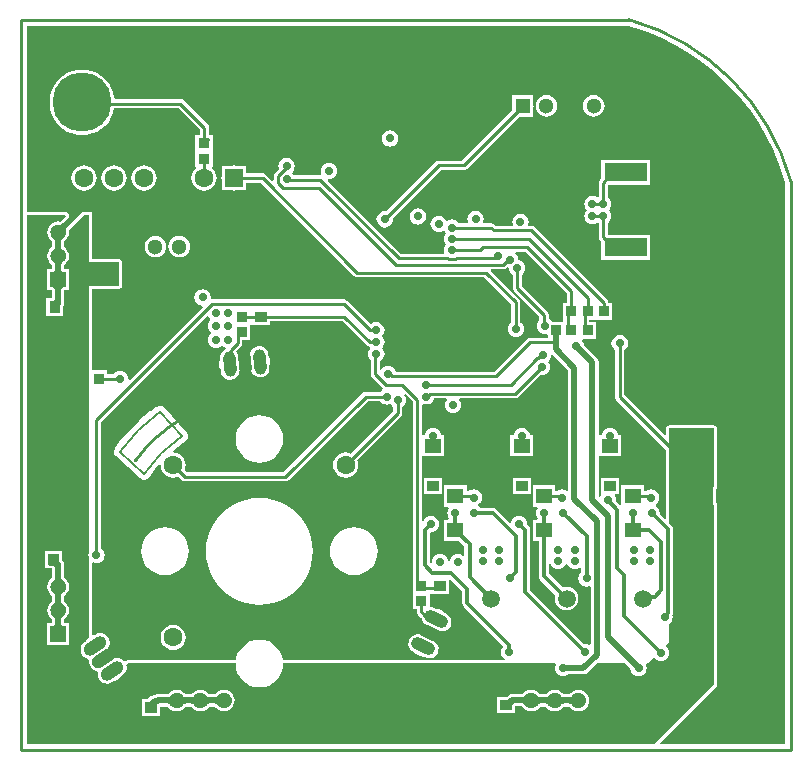
<source format=gbl>
G04*
G04 #@! TF.GenerationSoftware,Altium Limited,Altium Designer,20.1.14 (287)*
G04*
G04 Layer_Physical_Order=4*
G04 Layer_Color=16711680*
%FSLAX25Y25*%
%MOIN*%
G70*
G04*
G04 #@! TF.SameCoordinates,BFC865CF-BEAF-49AC-A6C2-1AB5C3D80CD9*
G04*
G04*
G04 #@! TF.FilePolarity,Positive*
G04*
G01*
G75*
%ADD10C,0.00787*%
%ADD12C,0.02803*%
%ADD13C,0.01000*%
%ADD21C,0.01378*%
%ADD60R,0.03740X0.03347*%
%ADD61R,0.03937X0.03543*%
%ADD67R,0.03543X0.03937*%
%ADD84R,0.03347X0.03740*%
%ADD85C,0.02016*%
%ADD86C,0.02000*%
%ADD88C,0.05118*%
%ADD89R,0.05118X0.05118*%
%ADD90C,0.06299*%
%ADD91C,0.19685*%
G04:AMPARAMS|DCode=92|XSize=84.25mil|YSize=42.13mil|CornerRadius=0mil|HoleSize=0mil|Usage=FLASHONLY|Rotation=214.480|XOffset=0mil|YOffset=0mil|HoleType=Round|Shape=Round|*
%AMOVALD92*
21,1,0.04213,0.04213,0.00000,0.00000,214.5*
1,1,0.04213,0.01736,0.01192*
1,1,0.04213,-0.01736,-0.01192*
%
%ADD92OVALD92*%

G04:AMPARAMS|DCode=93|XSize=84.25mil|YSize=42.13mil|CornerRadius=0mil|HoleSize=0mil|Usage=FLASHONLY|Rotation=334.480|XOffset=0mil|YOffset=0mil|HoleType=Round|Shape=Round|*
%AMOVALD93*
21,1,0.04213,0.04213,0.00000,0.00000,334.5*
1,1,0.04213,-0.01901,0.00907*
1,1,0.04213,0.01901,-0.00907*
%
%ADD93OVALD93*%

G04:AMPARAMS|DCode=94|XSize=84.25mil|YSize=42.13mil|CornerRadius=0mil|HoleSize=0mil|Usage=FLASHONLY|Rotation=94.480|XOffset=0mil|YOffset=0mil|HoleType=Round|Shape=Round|*
%AMOVALD94*
21,1,0.04213,0.04213,0.00000,0.00000,94.5*
1,1,0.04213,0.00165,-0.02100*
1,1,0.04213,-0.00165,0.02100*
%
%ADD94OVALD94*%

%ADD95R,0.06299X0.06299*%
%ADD96C,0.05906*%
%ADD97R,0.05118X0.05118*%
%ADD98C,0.02756*%
%ADD99R,0.05512X0.05118*%
%ADD100R,0.14370X0.06299*%
G36*
X125054Y174533D02*
X129631Y172932D01*
X134095Y171040D01*
X138430Y168866D01*
X142616Y166419D01*
X146636Y163709D01*
X150475Y160747D01*
X154116Y157545D01*
X157545Y154116D01*
X160747Y150475D01*
X163709Y146636D01*
X166419Y142616D01*
X168866Y138430D01*
X171040Y134096D01*
X172932Y129631D01*
X174533Y125054D01*
X175110Y122991D01*
X175110Y-64244D01*
X133765D01*
X133575Y-63781D01*
X152291Y-45288D01*
X152293Y-45286D01*
X152296Y-45284D01*
X152404Y-45121D01*
X152514Y-44959D01*
X152515Y-44956D01*
X152517Y-44953D01*
X152555Y-44761D01*
X152594Y-44569D01*
X152594Y-44566D01*
X152594Y-44563D01*
X152594Y15535D01*
X152517Y15926D01*
X152296Y16256D01*
X152086Y16396D01*
Y20622D01*
X152280Y20752D01*
X152501Y21082D01*
X152579Y21472D01*
Y23935D01*
X152566Y24001D01*
X152570Y24068D01*
X152525Y24409D01*
X152570Y24751D01*
X152566Y24818D01*
X152579Y24884D01*
Y27889D01*
X152594Y27968D01*
Y40945D01*
X152517Y41335D01*
X152296Y41666D01*
X151965Y41887D01*
X151575Y41964D01*
X136614Y41964D01*
X136224Y41887D01*
X135893Y41666D01*
X135672Y41335D01*
X135595Y40945D01*
Y38875D01*
X135133Y38684D01*
X121608Y52208D01*
Y67056D01*
X122008Y67362D01*
X122441Y67927D01*
X122714Y68585D01*
X122807Y69291D01*
X122714Y69997D01*
X122441Y70655D01*
X122008Y71220D01*
X121443Y71654D01*
X120785Y71926D01*
X120079Y72019D01*
X119373Y71926D01*
X118715Y71654D01*
X118150Y71220D01*
X117716Y70655D01*
X117444Y69997D01*
X117351Y69291D01*
X117444Y68585D01*
X117716Y67927D01*
X118150Y67362D01*
X118549Y67056D01*
Y51575D01*
X118666Y50990D01*
X118997Y50493D01*
X135595Y33896D01*
Y10998D01*
X135133Y10806D01*
X133403Y12537D01*
X133437Y12795D01*
X133344Y13501D01*
X133071Y14159D01*
X132638Y14724D01*
X132108Y15130D01*
X132103Y15141D01*
X132072Y15309D01*
X132070Y15700D01*
X132441Y15984D01*
X132874Y16549D01*
X133147Y17207D01*
X133240Y17913D01*
X133147Y18619D01*
X132874Y19277D01*
X132441Y19842D01*
X131876Y20276D01*
X131218Y20548D01*
X130512Y20641D01*
X129806Y20548D01*
X129148Y20276D01*
X128703Y19935D01*
X128165D01*
Y21964D01*
X120653D01*
Y15560D01*
X120153Y15353D01*
X118836Y16670D01*
X118870Y16929D01*
X118777Y17635D01*
X118504Y18293D01*
X118361Y18480D01*
X118607Y18980D01*
X119898D01*
Y24524D01*
X113961D01*
Y18980D01*
X113961Y18980D01*
X113961D01*
X113932Y18492D01*
X113779Y18293D01*
X113185Y18165D01*
X113071Y18240D01*
Y31220D01*
X113173Y31677D01*
X113571Y31677D01*
X120685D01*
Y38795D01*
X119603D01*
X119564Y39092D01*
X119292Y39750D01*
X118858Y40315D01*
X118293Y40748D01*
X117635Y41021D01*
X116929Y41114D01*
X116223Y41021D01*
X115565Y40748D01*
X115000Y40315D01*
X114567Y39750D01*
X114294Y39092D01*
X114255Y38795D01*
X113173Y38795D01*
X113071Y39253D01*
Y62992D01*
X113071Y62992D01*
X112915Y63776D01*
X112471Y64440D01*
X112471Y64440D01*
X108214Y68696D01*
X108147Y69210D01*
X107874Y69868D01*
X107580Y70252D01*
X107812Y70752D01*
X112319D01*
Y76492D01*
X110002D01*
Y77051D01*
X117437D01*
Y82791D01*
X116293D01*
Y82874D01*
X116177Y83459D01*
X115845Y83956D01*
X91755Y108046D01*
X91259Y108378D01*
X90673Y108494D01*
X89827D01*
X89549Y108910D01*
X89643Y109136D01*
X89736Y109843D01*
X89643Y110549D01*
X89370Y111206D01*
X88937Y111772D01*
X88372Y112205D01*
X87714Y112478D01*
X87008Y112571D01*
X86302Y112478D01*
X85644Y112205D01*
X85079Y111772D01*
X84645Y111206D01*
X84373Y110549D01*
X84280Y109843D01*
X84373Y109136D01*
X84467Y108910D01*
X84189Y108494D01*
X78765D01*
X78425Y108833D01*
X77929Y109165D01*
X77344Y109281D01*
X74866D01*
X74588Y109697D01*
X74682Y109924D01*
X74775Y110630D01*
X74682Y111336D01*
X74410Y111994D01*
X73976Y112559D01*
X73411Y112993D01*
X72753Y113265D01*
X72047Y113358D01*
X71341Y113265D01*
X70683Y112993D01*
X70118Y112559D01*
X69685Y111994D01*
X69412Y111336D01*
X69319Y110630D01*
X69412Y109924D01*
X69506Y109697D01*
X69228Y109281D01*
X66527D01*
X66102Y109835D01*
X65537Y110268D01*
X64879Y110541D01*
X64173Y110634D01*
X63467Y110541D01*
X62809Y110268D01*
X62649Y110145D01*
X62166Y110275D01*
X62107Y110419D01*
X61673Y110984D01*
X61108Y111418D01*
X60450Y111690D01*
X59744Y111783D01*
X59038Y111690D01*
X58380Y111418D01*
X57815Y110984D01*
X57381Y110419D01*
X57109Y109761D01*
X57016Y109055D01*
X57109Y108349D01*
X57381Y107691D01*
X57815Y107126D01*
X58380Y106693D01*
X59038Y106420D01*
X59744Y106327D01*
X60450Y106420D01*
X61108Y106693D01*
X61268Y106815D01*
X61751Y106686D01*
X61811Y106542D01*
X62205Y106028D01*
X61811Y105514D01*
X61538Y104856D01*
X61445Y104150D01*
X61538Y103444D01*
X61811Y102786D01*
X62205Y102272D01*
X61811Y101758D01*
X61538Y101100D01*
X61445Y100394D01*
X61538Y99688D01*
X61581Y99583D01*
X61304Y99167D01*
X47090D01*
X22754Y123503D01*
X22988Y123977D01*
X23228Y123945D01*
X23934Y124038D01*
X24592Y124311D01*
X25157Y124744D01*
X25591Y125309D01*
X25864Y125967D01*
X25956Y126673D01*
X25864Y127379D01*
X25591Y128037D01*
X25157Y128602D01*
X24592Y129036D01*
X23934Y129308D01*
X23228Y129401D01*
X22522Y129308D01*
X21864Y129036D01*
X21299Y128602D01*
X20866Y128037D01*
X20593Y127379D01*
X20500Y126673D01*
X20593Y125967D01*
X20680Y125759D01*
X20320Y125321D01*
X20299Y125325D01*
X11476D01*
X11051Y125878D01*
X10984Y125929D01*
Y126071D01*
X11053Y126507D01*
X11418Y126982D01*
X11690Y127640D01*
X11783Y128347D01*
X11690Y129052D01*
X11418Y129710D01*
X10984Y130275D01*
X10419Y130709D01*
X9761Y130982D01*
X9055Y131075D01*
X8349Y130982D01*
X7691Y130709D01*
X7126Y130275D01*
X6692Y129710D01*
X6420Y129052D01*
X6327Y128347D01*
X6420Y127640D01*
X6467Y127527D01*
X5163Y126222D01*
X4831Y125726D01*
X4715Y125141D01*
Y123692D01*
X4253Y123501D01*
X2262Y125491D01*
X1766Y125822D01*
X1181Y125939D01*
X-4315D01*
Y128559D01*
X-7951D01*
X-8465Y128627D01*
X-8978Y128559D01*
X-12614D01*
Y124923D01*
X-12682Y124409D01*
X-12614Y123896D01*
Y120260D01*
X-8978D01*
X-8465Y120192D01*
X-7951Y120260D01*
X-4315D01*
Y122880D01*
X548D01*
X31596Y91832D01*
X32092Y91500D01*
X32677Y91384D01*
X74957D01*
X83904Y82437D01*
Y76251D01*
X83504Y75945D01*
X83070Y75380D01*
X82798Y74722D01*
X82705Y74016D01*
X82798Y73310D01*
X83070Y72652D01*
X83504Y72087D01*
X84069Y71653D01*
X84727Y71381D01*
X85433Y71288D01*
X86139Y71381D01*
X86797Y71653D01*
X87362Y72087D01*
X87796Y72652D01*
X88068Y73310D01*
X88161Y74016D01*
X88068Y74722D01*
X87796Y75380D01*
X87362Y75945D01*
X86962Y76251D01*
Y83071D01*
X86846Y83656D01*
X86515Y84152D01*
X77149Y93518D01*
X77356Y94018D01*
X81292D01*
X81878Y94134D01*
X82374Y94466D01*
X82588Y94680D01*
X82758Y94609D01*
X83223Y94548D01*
X83205Y94413D01*
X83298Y93707D01*
X83571Y93049D01*
X84004Y92484D01*
X84404Y92178D01*
Y87861D01*
X84520Y87275D01*
X84852Y86779D01*
X93353Y78279D01*
Y77100D01*
X93216Y76996D01*
X92783Y76431D01*
X92510Y75773D01*
X92417Y75067D01*
X92510Y74361D01*
X92783Y73703D01*
X93216Y73137D01*
X93781Y72704D01*
X94439Y72431D01*
X95145Y72338D01*
X95646Y72404D01*
X96146Y72068D01*
Y71214D01*
X90158D01*
X89572Y71098D01*
X89076Y70767D01*
X78171Y59861D01*
X45507D01*
X45276Y60419D01*
X44842Y60984D01*
X44277Y61418D01*
X43619Y61690D01*
X42913Y61783D01*
X42207Y61690D01*
X41549Y61418D01*
X40984Y60984D01*
X40612Y60499D01*
X40302Y60541D01*
X40112Y60634D01*
Y63291D01*
X40340Y63385D01*
X40905Y63819D01*
X41339Y64384D01*
X41611Y65042D01*
X41704Y65748D01*
X41611Y66454D01*
X41339Y67112D01*
X41172Y67330D01*
X40930Y67716D01*
X41172Y68103D01*
X41339Y68321D01*
X41611Y68979D01*
X41704Y69685D01*
X41611Y70391D01*
X41339Y71049D01*
X41172Y71267D01*
X40905Y71693D01*
X41339Y72258D01*
X41611Y72916D01*
X41704Y73622D01*
X41611Y74328D01*
X41339Y74986D01*
X40905Y75551D01*
X40340Y75985D01*
X39682Y76257D01*
X38976Y76350D01*
X38270Y76257D01*
X37612Y75985D01*
X37157Y75635D01*
X29306Y83487D01*
X28810Y83819D01*
X28224Y83935D01*
X-15759D01*
X-15810Y83925D01*
X-16259Y84345D01*
X-16227Y84588D01*
X-16320Y85294D01*
X-16593Y85952D01*
X-17026Y86517D01*
X-17591Y86950D01*
X-18249Y87223D01*
X-18955Y87316D01*
X-19661Y87223D01*
X-20319Y86950D01*
X-20884Y86517D01*
X-21318Y85952D01*
X-21590Y85294D01*
X-21683Y84588D01*
X-21590Y83882D01*
X-21318Y83224D01*
X-20884Y82659D01*
X-20319Y82225D01*
X-19661Y81953D01*
X-19149Y81885D01*
X-18942Y81385D01*
X-43281Y57046D01*
X-43755Y57279D01*
X-43729Y57480D01*
X-43822Y58186D01*
X-44094Y58844D01*
X-44528Y59409D01*
X-45093Y59843D01*
X-45751Y60115D01*
X-46457Y60208D01*
X-47163Y60115D01*
X-47821Y59843D01*
X-48386Y59409D01*
X-48692Y59010D01*
X-50673D01*
Y60350D01*
X-55673D01*
Y87563D01*
X-46850D01*
X-46460Y87641D01*
X-46129Y87862D01*
X-45908Y88192D01*
X-45831Y88583D01*
Y96457D01*
X-45908Y96847D01*
X-46129Y97178D01*
X-46460Y97399D01*
X-46850Y97476D01*
X-55673D01*
Y112205D01*
X-55751Y112595D01*
X-55972Y112926D01*
X-56303Y113147D01*
X-56693Y113224D01*
X-58337D01*
X-58727Y113147D01*
X-59058Y112926D01*
X-64311Y107672D01*
X-64349Y107616D01*
X-64399Y107572D01*
X-64458Y107452D01*
X-64532Y107341D01*
X-64545Y107275D01*
X-64575Y107215D01*
X-64584Y107082D01*
X-64610Y106951D01*
X-64597Y106885D01*
X-64601Y106818D01*
X-64533Y106299D01*
X-64621Y105628D01*
X-64880Y105003D01*
X-65292Y104466D01*
X-65707Y104147D01*
X-65752Y104096D01*
X-65808Y104059D01*
X-65882Y103948D01*
X-65970Y103848D01*
X-65991Y103784D01*
X-66029Y103728D01*
X-66055Y103597D01*
X-66098Y103471D01*
X-66093Y103404D01*
X-66106Y103338D01*
Y101386D01*
X-66093Y101320D01*
X-66098Y101253D01*
X-66055Y101127D01*
X-66029Y100996D01*
X-65991Y100940D01*
X-65970Y100876D01*
X-65882Y100776D01*
X-65808Y100665D01*
X-65752Y100628D01*
X-65707Y100577D01*
X-65292Y100259D01*
X-64880Y99722D01*
X-64621Y99096D01*
X-64533Y98425D01*
X-64621Y97754D01*
X-64880Y97129D01*
X-65292Y96592D01*
X-65707Y96273D01*
X-65752Y96223D01*
X-65808Y96185D01*
X-65882Y96074D01*
X-65970Y95974D01*
X-65991Y95910D01*
X-66029Y95854D01*
X-66055Y95723D01*
X-66098Y95597D01*
X-66093Y95530D01*
X-66106Y95464D01*
Y94110D01*
X-66029Y93720D01*
X-65808Y93389D01*
X-65477Y93168D01*
X-65087Y93091D01*
X-64587D01*
Y91026D01*
X-64573Y90960D01*
X-64578Y90893D01*
X-64533Y90551D01*
X-64578Y90210D01*
X-64573Y90143D01*
X-64587Y90077D01*
Y88012D01*
X-65087D01*
X-65477Y87934D01*
X-65808Y87713D01*
X-66029Y87382D01*
X-66106Y86992D01*
Y82876D01*
X-66202Y82393D01*
X-66285Y82270D01*
X-66323Y82177D01*
X-66379Y82094D01*
X-66399Y81995D01*
X-66437Y81902D01*
Y81802D01*
X-66457Y81703D01*
Y79547D01*
X-69961D01*
Y83445D01*
X-69165D01*
X-68775Y83523D01*
X-68444Y83744D01*
X-68223Y84074D01*
X-68146Y84465D01*
Y86992D01*
X-68223Y87382D01*
X-68444Y87713D01*
X-68775Y87934D01*
X-69165Y88012D01*
X-69665D01*
Y90077D01*
X-69679Y90143D01*
X-69674Y90210D01*
X-69719Y90551D01*
X-69674Y90893D01*
X-69679Y90960D01*
X-69665Y91026D01*
Y93091D01*
X-69165D01*
X-68775Y93168D01*
X-68444Y93389D01*
X-68223Y93720D01*
X-68146Y94110D01*
Y95464D01*
X-68159Y95530D01*
X-68154Y95597D01*
X-68197Y95723D01*
X-68223Y95854D01*
X-68261Y95910D01*
X-68282Y95974D01*
X-68370Y96074D01*
X-68444Y96185D01*
X-68500Y96223D01*
X-68545Y96273D01*
X-68960Y96592D01*
X-69372Y97129D01*
X-69631Y97754D01*
X-69719Y98425D01*
X-69631Y99096D01*
X-69372Y99722D01*
X-68960Y100259D01*
X-68545Y100577D01*
X-68500Y100628D01*
X-68444Y100665D01*
X-68370Y100776D01*
X-68282Y100876D01*
X-68261Y100940D01*
X-68223Y100996D01*
X-68197Y101127D01*
X-68154Y101253D01*
X-68159Y101320D01*
X-68146Y101386D01*
Y103338D01*
X-68159Y103404D01*
X-68154Y103471D01*
X-68197Y103597D01*
X-68223Y103728D01*
X-68261Y103784D01*
X-68282Y103848D01*
X-68370Y103948D01*
X-68444Y104059D01*
X-68500Y104096D01*
X-68545Y104147D01*
X-68960Y104466D01*
X-69372Y105003D01*
X-69631Y105628D01*
X-69719Y106299D01*
X-69631Y106970D01*
X-69372Y107596D01*
X-68960Y108133D01*
X-68423Y108545D01*
X-67797Y108804D01*
X-67126Y108892D01*
X-66607Y108824D01*
X-66540Y108828D01*
X-66474Y108815D01*
X-66343Y108841D01*
X-66210Y108850D01*
X-66150Y108880D01*
X-66084Y108893D01*
X-65973Y108967D01*
X-65853Y109026D01*
X-65809Y109077D01*
X-65753Y109114D01*
X-63845Y111022D01*
X-63624Y111353D01*
X-63547Y111743D01*
X-63624Y112133D01*
X-63816Y112595D01*
X-63816Y112595D01*
X-64037Y112926D01*
X-64367Y113147D01*
X-64758Y113224D01*
X-77472D01*
X-77472Y113695D01*
X-77472Y175110D01*
X122991D01*
X125054Y174533D01*
D02*
G37*
G36*
X-56693Y96457D02*
X-46850D01*
Y88583D01*
X-56693D01*
Y183D01*
X-56693Y183D01*
X-56966Y-475D01*
X-57059Y-1181D01*
X-56966Y-1887D01*
X-56693Y-2545D01*
X-56693Y-2546D01*
Y-28620D01*
X-57247Y-29045D01*
X-57807Y-29775D01*
X-57838Y-29852D01*
X-58266Y-30146D01*
X-58874Y-30693D01*
X-59320Y-31378D01*
X-59573Y-32156D01*
X-59616Y-32973D01*
X-59446Y-33773D01*
X-59075Y-34502D01*
X-58528Y-35110D01*
X-57842Y-35556D01*
X-57064Y-35809D01*
X-57031Y-35811D01*
X-56758Y-36252D01*
X-56745Y-36326D01*
X-56785Y-37095D01*
X-56616Y-37895D01*
X-56245Y-38624D01*
X-55698Y-39232D01*
X-55012Y-39677D01*
X-54234Y-39930D01*
X-54177Y-39933D01*
X-53946Y-40270D01*
X-53914Y-40448D01*
X-53955Y-41216D01*
X-53785Y-42016D01*
X-53414Y-42745D01*
X-52867Y-43353D01*
X-52181Y-43799D01*
X-51403Y-44052D01*
X-50586Y-44095D01*
X-49786Y-43925D01*
X-49058Y-43554D01*
X-48593Y-43235D01*
X-48183Y-43181D01*
X-47334Y-42829D01*
X-46604Y-42270D01*
X-46045Y-41540D01*
X-46013Y-41463D01*
X-45585Y-41169D01*
X-44977Y-40622D01*
X-44531Y-39937D01*
X-44278Y-39159D01*
X-44235Y-38342D01*
X-44329Y-37902D01*
X-43941Y-37402D01*
X-7960D01*
X-7960Y-37402D01*
X-7807Y-38954D01*
X-7354Y-40448D01*
X-6618Y-41824D01*
X-5628Y-43030D01*
X-4422Y-44020D01*
X-3046Y-44755D01*
X-1553Y-45208D01*
X0Y-45361D01*
X1553Y-45208D01*
X3046Y-44755D01*
X4422Y-44020D01*
X5628Y-43030D01*
X6618Y-41824D01*
X7354Y-40448D01*
X7807Y-38954D01*
X7960Y-37402D01*
X7960Y-37402D01*
X98376Y-37402D01*
X98699Y-37902D01*
X98546Y-38270D01*
X98453Y-38976D01*
X98546Y-39682D01*
X98818Y-40340D01*
X99252Y-40905D01*
X99817Y-41339D01*
X100475Y-41611D01*
X101181Y-41704D01*
X101887Y-41611D01*
X102545Y-41339D01*
X102956Y-41024D01*
X107938D01*
X107938Y-41024D01*
X108721Y-40868D01*
X109386Y-40424D01*
X112408Y-37402D01*
X121908D01*
X123675Y-39169D01*
X123743Y-39682D01*
X124015Y-40340D01*
X124449Y-40905D01*
X125014Y-41339D01*
X125672Y-41611D01*
X126378Y-41704D01*
X127084Y-41611D01*
X127742Y-41339D01*
X128307Y-40905D01*
X128741Y-40340D01*
X129013Y-39682D01*
X129106Y-38976D01*
X129013Y-38270D01*
X128860Y-37902D01*
X129183Y-37402D01*
X129528D01*
X131345Y-35584D01*
X131844Y-35617D01*
X131929Y-35728D01*
X132494Y-36162D01*
X133152Y-36434D01*
X133858Y-36527D01*
X134564Y-36434D01*
X135222Y-36162D01*
X135787Y-35728D01*
X136221Y-35163D01*
X136493Y-34505D01*
X136586Y-33799D01*
X136493Y-33093D01*
X136221Y-32435D01*
X135787Y-31870D01*
X135676Y-31785D01*
X135643Y-31286D01*
X136614Y-30315D01*
Y-24248D01*
X136968Y-23976D01*
X137402Y-23411D01*
X137674Y-22753D01*
X137767Y-22047D01*
X137676Y-21355D01*
X137811Y-21152D01*
X137943Y-20493D01*
Y7283D01*
X137811Y7942D01*
X137438Y8501D01*
X136614Y9325D01*
Y40945D01*
X151575Y40945D01*
Y27968D01*
X151559D01*
Y24884D01*
X151497Y24409D01*
X151559Y23935D01*
Y21472D01*
X151067D01*
Y15535D01*
X151575D01*
X151575Y-44563D01*
X131657Y-64244D01*
X-77472D01*
X-77472Y112205D01*
X-64758D01*
X-64566Y111743D01*
X-66474Y109835D01*
X-67126Y109921D01*
X-68063Y109797D01*
X-68937Y109436D01*
X-69687Y108860D01*
X-70262Y108110D01*
X-70624Y107237D01*
X-70748Y106299D01*
X-70624Y105362D01*
X-70262Y104488D01*
X-69687Y103738D01*
X-69165Y103338D01*
Y101386D01*
X-69687Y100986D01*
X-70262Y100236D01*
X-70624Y99362D01*
X-70748Y98425D01*
X-70624Y97488D01*
X-70262Y96614D01*
X-69687Y95864D01*
X-69165Y95464D01*
Y94110D01*
X-70685D01*
Y91026D01*
X-70748Y90551D01*
X-70685Y90077D01*
Y86992D01*
X-69165D01*
Y84465D01*
X-70980D01*
Y78528D01*
X-65437D01*
Y81703D01*
X-65242Y81995D01*
X-65087Y82776D01*
X-65087Y82776D01*
Y86992D01*
X-63567D01*
Y90077D01*
X-63504Y90551D01*
X-63567Y91026D01*
Y94110D01*
X-65087D01*
Y95464D01*
X-64565Y95864D01*
X-63990Y96614D01*
X-63628Y97488D01*
X-63504Y98425D01*
X-63628Y99362D01*
X-63990Y100236D01*
X-64565Y100986D01*
X-65087Y101386D01*
Y103338D01*
X-64565Y103738D01*
X-63990Y104488D01*
X-63628Y105362D01*
X-63504Y106299D01*
X-63590Y106951D01*
X-58337Y112205D01*
X-56693D01*
Y96457D01*
D02*
G37*
G36*
X102408Y85981D02*
Y82791D01*
X101264D01*
Y78896D01*
X101234Y78748D01*
Y76492D01*
X97461D01*
X97074Y76996D01*
X96509Y77429D01*
X96411Y77470D01*
Y78912D01*
X96295Y79497D01*
X95963Y79994D01*
X87463Y88494D01*
Y92178D01*
X87862Y92484D01*
X88296Y93049D01*
X88568Y93707D01*
X88661Y94413D01*
X88568Y95120D01*
X88296Y95777D01*
X87862Y96342D01*
X87297Y96776D01*
X86639Y97048D01*
X86175Y97110D01*
X86193Y97244D01*
X86100Y97950D01*
X85827Y98608D01*
X85394Y99173D01*
X85263Y99274D01*
X85432Y99774D01*
X88615D01*
X102408Y85981D01*
D02*
G37*
G36*
X102913Y60333D02*
Y20473D01*
X102413Y20226D01*
X102348Y20276D01*
X101690Y20549D01*
X100984Y20642D01*
X100278Y20549D01*
X99620Y20276D01*
X99175Y19935D01*
X98638D01*
Y21964D01*
X91126D01*
Y14846D01*
X92492D01*
X92738Y14346D01*
X92519Y14061D01*
X92247Y13403D01*
X92154Y12697D01*
X92247Y11991D01*
X92519Y11333D01*
X92738Y11047D01*
X92492Y10547D01*
X91126D01*
Y3429D01*
X93160D01*
Y-8268D01*
X93291Y-8927D01*
X93664Y-9485D01*
X98624Y-14445D01*
X98511Y-14716D01*
X98375Y-15748D01*
X98511Y-16780D01*
X98909Y-17741D01*
X99543Y-18567D01*
X100369Y-19201D01*
X101330Y-19599D01*
X102362Y-19735D01*
X103394Y-19599D01*
X104356Y-19201D01*
X105181Y-18567D01*
X105815Y-17741D01*
X106213Y-16780D01*
X106349Y-15748D01*
X106213Y-14716D01*
X105815Y-13755D01*
X105181Y-12929D01*
X104356Y-12295D01*
X103394Y-11897D01*
X102362Y-11761D01*
X101330Y-11897D01*
X101059Y-12009D01*
X96604Y-7554D01*
Y-4276D01*
X97104Y-4176D01*
X97244Y-4514D01*
X97677Y-5079D01*
X98242Y-5512D01*
X98900Y-5785D01*
X99606Y-5878D01*
X100312Y-5785D01*
X100970Y-5512D01*
X101535Y-5079D01*
X101969Y-4514D01*
X102092Y-4217D01*
X102633D01*
X102755Y-4514D01*
X103189Y-5079D01*
X103754Y-5512D01*
X104412Y-5785D01*
X105118Y-5878D01*
X105824Y-5785D01*
X106482Y-5512D01*
X106833Y-5243D01*
X107333Y-5489D01*
Y-6967D01*
X107126Y-7126D01*
X106693Y-7691D01*
X106420Y-8349D01*
X106327Y-9055D01*
X106420Y-9761D01*
X106693Y-10419D01*
X107126Y-10984D01*
X107691Y-11418D01*
X108349Y-11690D01*
X109055Y-11783D01*
X109761Y-11690D01*
X109978Y-11600D01*
X110394Y-11878D01*
Y-30909D01*
X109894Y-31112D01*
X109322Y-30875D01*
X108616Y-30782D01*
X108357Y-30816D01*
X90305Y-12764D01*
Y7087D01*
X90174Y7746D01*
X89800Y8304D01*
X89308Y8796D01*
X89342Y9055D01*
X89249Y9761D01*
X88977Y10419D01*
X88543Y10984D01*
X87978Y11418D01*
X87320Y11690D01*
X86614Y11783D01*
X85908Y11690D01*
X85250Y11418D01*
X84685Y10984D01*
X84252Y10419D01*
X83979Y9761D01*
X83965Y9656D01*
X83492Y9495D01*
X78974Y14013D01*
X78415Y14386D01*
X77756Y14517D01*
X73741D01*
X73583Y14724D01*
X73053Y15130D01*
X73048Y15141D01*
X73017Y15310D01*
X73015Y15700D01*
X73386Y15984D01*
X73819Y16549D01*
X74092Y17207D01*
X74185Y17913D01*
X74092Y18619D01*
X73819Y19277D01*
X73386Y19842D01*
X72821Y20276D01*
X72163Y20548D01*
X71457Y20641D01*
X70751Y20548D01*
X70093Y20276D01*
X69648Y19935D01*
X69110D01*
Y21965D01*
X61598D01*
Y14846D01*
X62964D01*
X63211Y14346D01*
X62992Y14061D01*
X62719Y13403D01*
X62626Y12697D01*
X62719Y11991D01*
X62992Y11333D01*
X63211Y11047D01*
X62964Y10547D01*
X61598D01*
Y3429D01*
X66478D01*
X68357Y1551D01*
Y-1203D01*
X67857Y-1450D01*
X67506Y-1181D01*
X66848Y-908D01*
X66142Y-815D01*
X65436Y-908D01*
X64778Y-1181D01*
X64213Y-1614D01*
X63779Y-2179D01*
X63507Y-2837D01*
X63441Y-3335D01*
X62937D01*
X62871Y-2837D01*
X62599Y-2179D01*
X62165Y-1614D01*
X61600Y-1181D01*
X60942Y-908D01*
X60236Y-815D01*
X59530Y-908D01*
X58872Y-1181D01*
X58307Y-1614D01*
X57874Y-2179D01*
X57601Y-2837D01*
X57508Y-3543D01*
X57537Y-3765D01*
X57069Y-4038D01*
X56840Y-3865D01*
Y6111D01*
X57087Y6327D01*
X57793Y6420D01*
X58451Y6692D01*
X59016Y7126D01*
X59449Y7691D01*
X59722Y8349D01*
X59815Y9055D01*
X59722Y9761D01*
X59449Y10419D01*
X59016Y10984D01*
X58451Y11418D01*
X57793Y11690D01*
X57087Y11783D01*
X56381Y11690D01*
X55723Y11418D01*
X55158Y10984D01*
X54724Y10419D01*
X54596Y10111D01*
X54096Y10210D01*
Y31186D01*
X54118Y31677D01*
X54596Y31677D01*
X61630D01*
Y38795D01*
X60548D01*
X60509Y39092D01*
X60237Y39750D01*
X59803Y40315D01*
X59238Y40748D01*
X58580Y41021D01*
X57874Y41114D01*
X57168Y41021D01*
X56510Y40748D01*
X55945Y40315D01*
X55511Y39750D01*
X55239Y39092D01*
X55200Y38795D01*
X54118Y38795D01*
X54096Y39286D01*
Y48713D01*
X54596Y49047D01*
X54856Y48940D01*
X55563Y48847D01*
X56269Y48940D01*
X56927Y49212D01*
X57492Y49646D01*
X57925Y50211D01*
X58198Y50869D01*
X58221Y51047D01*
X62237D01*
X62484Y50547D01*
X62204Y50183D01*
X61932Y49525D01*
X61839Y48819D01*
X61932Y48113D01*
X62204Y47455D01*
X62638Y46890D01*
X63203Y46456D01*
X63861Y46184D01*
X64567Y46091D01*
X65273Y46184D01*
X65931Y46456D01*
X66496Y46890D01*
X66930Y47455D01*
X67202Y48113D01*
X67295Y48819D01*
X67202Y49525D01*
X66930Y50183D01*
X66650Y50547D01*
X66897Y51047D01*
X85253D01*
X85839Y51163D01*
X86335Y51495D01*
X93595Y58755D01*
X94095Y58689D01*
X94801Y58782D01*
X95459Y59055D01*
X96023Y59488D01*
X96457Y60053D01*
X96730Y60711D01*
X96823Y61417D01*
X96730Y62123D01*
X96457Y62781D01*
X96131Y63206D01*
X96417Y63425D01*
X96851Y63990D01*
X97123Y64648D01*
X97212Y65327D01*
X97294Y65387D01*
X97694Y65552D01*
X102913Y60333D01*
D02*
G37*
G36*
X-17023Y78390D02*
X-16929Y78163D01*
X-16496Y77599D01*
X-16572Y77027D01*
X-16929Y76561D01*
X-17202Y75903D01*
X-17295Y75197D01*
X-17202Y74491D01*
X-16929Y73833D01*
X-16496Y73268D01*
X-16268Y73093D01*
Y72593D01*
X-16424Y72474D01*
X-16857Y71909D01*
X-17130Y71251D01*
X-17223Y70545D01*
X-17130Y69839D01*
X-16857Y69181D01*
X-16424Y68616D01*
X-15859Y68182D01*
X-15201Y67910D01*
X-14495Y67817D01*
X-13789Y67910D01*
X-13131Y68182D01*
X-12566Y68616D01*
X-12487D01*
X-11922Y68182D01*
X-11451Y67987D01*
X-11263Y67877D01*
X-11261Y67871D01*
X-11235Y67402D01*
X-11844Y67092D01*
X-12452Y66545D01*
X-12898Y65859D01*
X-13151Y65081D01*
X-13194Y64264D01*
X-13150Y63703D01*
X-13308Y63321D01*
X-13428Y62409D01*
X-13308Y61497D01*
X-12956Y60648D01*
X-12905Y60582D01*
X-12865Y60065D01*
X-12695Y59264D01*
X-12324Y58535D01*
X-11777Y57928D01*
X-11091Y57482D01*
X-10313Y57229D01*
X-9497Y57186D01*
X-8697Y57355D01*
X-7968Y57727D01*
X-7360Y58274D01*
X-6914Y58959D01*
X-6661Y59737D01*
X-6618Y60554D01*
X-6662Y61115D01*
X-6504Y61497D01*
X-6384Y62409D01*
X-6504Y63321D01*
X-6856Y64170D01*
X-6906Y64236D01*
X-6947Y64754D01*
X-7117Y65554D01*
X-7488Y66283D01*
X-7885Y66724D01*
X-6194Y68415D01*
X-5863Y68911D01*
X-5746Y69496D01*
Y70358D01*
X-3035D01*
Y75381D01*
X-2575Y75476D01*
X-2575Y75476D01*
X-2575Y75476D01*
X3362D01*
Y76719D01*
X27678D01*
X35794Y68603D01*
X36290Y68272D01*
X36716Y68187D01*
X36781Y68103D01*
X37023Y67716D01*
X36781Y67330D01*
X36614Y67112D01*
X36341Y66454D01*
X36248Y65748D01*
X36341Y65042D01*
X36614Y64384D01*
X37047Y63819D01*
X37053Y63814D01*
Y59055D01*
X37170Y58470D01*
X37501Y57974D01*
X41045Y54430D01*
X41079Y54407D01*
X41013Y53850D01*
X40571Y53510D01*
X40264Y53111D01*
X35440D01*
X34854Y52994D01*
X34358Y52663D01*
X8028Y26333D01*
X-24170D01*
X-24907Y27070D01*
X-24667Y27649D01*
X-24523Y28740D01*
X-24667Y29832D01*
X-25088Y30849D01*
X-25758Y31722D01*
X-26632Y32392D01*
X-27649Y32814D01*
X-28703Y32952D01*
X-28810Y33109D01*
X-28948Y33406D01*
X-28928Y33424D01*
X-27291Y34774D01*
X-25581Y36050D01*
X-24699Y36661D01*
X-24608Y36755D01*
X-24496Y36821D01*
X-24332Y37040D01*
X-24141Y37237D01*
X-24093Y37358D01*
X-24015Y37462D01*
X-23947Y37728D01*
X-23846Y37983D01*
X-23848Y38113D01*
X-23816Y38239D01*
X-23855Y38511D01*
X-23859Y38785D01*
X-23911Y38904D01*
X-23929Y39033D01*
X-24069Y39269D01*
X-24178Y39521D01*
X-24272Y39611D01*
X-24338Y39723D01*
X-31620Y47847D01*
X-31666Y47881D01*
X-31697Y47928D01*
X-31891Y48058D01*
X-32061Y48218D01*
X-32169Y48259D01*
X-32261Y48328D01*
X-32317Y48342D01*
X-32364Y48374D01*
X-32593Y48419D01*
X-32811Y48502D01*
X-32926Y48499D01*
X-33038Y48527D01*
X-33095Y48519D01*
X-33150Y48530D01*
X-33379Y48485D01*
X-33613Y48478D01*
X-33718Y48430D01*
X-33832Y48414D01*
X-33881Y48385D01*
X-33937Y48374D01*
X-34131Y48244D01*
X-34344Y48148D01*
X-36271Y46773D01*
X-36331Y46711D01*
X-36406Y46669D01*
X-40020Y43609D01*
X-40074Y43542D01*
X-40145Y43494D01*
X-43494Y40145D01*
X-43542Y40074D01*
X-43609Y40020D01*
X-46669Y36406D01*
X-46711Y36331D01*
X-46773Y36271D01*
X-48148Y34344D01*
X-48267Y34080D01*
X-48414Y33832D01*
X-48430Y33718D01*
X-48478Y33613D01*
X-48487Y33324D01*
X-48527Y33038D01*
X-48499Y32926D01*
X-48502Y32811D01*
X-48400Y32541D01*
X-48328Y32261D01*
X-48259Y32169D01*
X-48218Y32061D01*
X-48020Y31851D01*
X-47847Y31620D01*
X-39723Y24338D01*
X-39611Y24272D01*
X-39521Y24178D01*
X-39269Y24069D01*
X-39033Y23929D01*
X-38904Y23911D01*
X-38785Y23859D01*
X-38511Y23855D01*
X-38239Y23816D01*
X-38113Y23848D01*
X-37983Y23846D01*
X-37728Y23947D01*
X-37462Y24015D01*
X-37358Y24093D01*
X-37237Y24141D01*
X-37040Y24332D01*
X-36821Y24496D01*
X-36755Y24608D01*
X-36661Y24699D01*
X-36050Y25581D01*
X-34774Y27291D01*
X-33424Y28928D01*
X-33406Y28948D01*
X-33109Y28810D01*
X-32952Y28703D01*
X-32814Y27649D01*
X-32392Y26632D01*
X-31722Y25758D01*
X-30849Y25088D01*
X-29832Y24667D01*
X-28740Y24523D01*
X-27649Y24667D01*
X-27070Y24907D01*
X-25885Y23722D01*
X-25388Y23390D01*
X-24803Y23274D01*
X8661D01*
X9247Y23390D01*
X9743Y23722D01*
X36073Y50052D01*
X40264D01*
X40571Y49652D01*
X41136Y49219D01*
X41794Y48946D01*
X42500Y48853D01*
X43206Y48946D01*
X43657Y49133D01*
X43700Y49030D01*
X44134Y48465D01*
X44534Y48158D01*
Y46696D01*
X30411Y32574D01*
X29832Y32814D01*
X28740Y32957D01*
X27649Y32814D01*
X26632Y32392D01*
X25758Y31722D01*
X25088Y30849D01*
X24667Y29832D01*
X24523Y28740D01*
X24667Y27649D01*
X25088Y26632D01*
X25758Y25758D01*
X26632Y25088D01*
X27649Y24667D01*
X28740Y24523D01*
X29832Y24667D01*
X30849Y25088D01*
X31722Y25758D01*
X32392Y26632D01*
X32814Y27649D01*
X32957Y28740D01*
X32814Y29832D01*
X32574Y30411D01*
X47144Y44982D01*
X47476Y45478D01*
X47592Y46063D01*
Y48158D01*
X47992Y48465D01*
X48426Y49030D01*
X48698Y49688D01*
X48791Y50394D01*
X48698Y51100D01*
X48426Y51758D01*
X48108Y52172D01*
X48485Y52502D01*
X51038Y49949D01*
Y-10441D01*
X51067Y-10589D01*
Y-14287D01*
Y-19406D01*
X52408D01*
Y-20079D01*
X52524Y-20664D01*
X52856Y-21160D01*
X53881Y-22186D01*
X54046Y-22296D01*
X54146Y-22764D01*
X54517Y-23493D01*
X55064Y-24101D01*
X55750Y-24546D01*
X56258Y-24789D01*
X56510Y-25117D01*
X57239Y-25677D01*
X58089Y-26029D01*
X59000Y-26149D01*
X59083Y-26138D01*
X59551Y-26361D01*
X60329Y-26614D01*
X61146Y-26657D01*
X61946Y-26488D01*
X62675Y-26117D01*
X63283Y-25569D01*
X63728Y-24884D01*
X63981Y-24106D01*
X64025Y-23289D01*
X63855Y-22489D01*
X63484Y-21760D01*
X62937Y-21152D01*
X62251Y-20706D01*
X61742Y-20464D01*
X61491Y-20136D01*
X60761Y-19576D01*
X59912Y-19224D01*
X59000Y-19104D01*
X58917Y-19115D01*
X58449Y-18891D01*
X57671Y-18639D01*
X56855Y-18595D01*
X56807Y-18557D01*
Y-14382D01*
X57268Y-14287D01*
X57268Y-14287D01*
X57268Y-14287D01*
X63205D01*
Y-9600D01*
X63667Y-9409D01*
X67569Y-13312D01*
Y-17323D01*
X67700Y-17982D01*
X68074Y-18541D01*
X81355Y-31821D01*
X80953Y-32345D01*
X80680Y-33003D01*
X80587Y-33709D01*
X80680Y-34415D01*
X80953Y-35073D01*
X81386Y-35638D01*
X81704Y-35882D01*
X81534Y-36382D01*
X7960Y-36382D01*
X7851Y-36302D01*
X7807Y-35849D01*
X7354Y-34356D01*
X6618Y-32980D01*
X5628Y-31773D01*
X4422Y-30783D01*
X3046Y-30048D01*
X1553Y-29595D01*
X0Y-29442D01*
X-1553Y-29595D01*
X-3046Y-30048D01*
X-4422Y-30783D01*
X-5628Y-31773D01*
X-6618Y-32980D01*
X-7354Y-34356D01*
X-7807Y-35849D01*
X-7851Y-36302D01*
X-7960Y-36382D01*
X-43941D01*
X-44004Y-36395D01*
X-44069Y-36390D01*
X-44198Y-36433D01*
X-44331Y-36460D01*
X-44385Y-36496D01*
X-44446Y-36516D01*
X-44549Y-36605D01*
X-44662Y-36681D01*
X-45106Y-36446D01*
X-45323Y-36205D01*
X-46009Y-35759D01*
X-46787Y-35506D01*
X-47603Y-35463D01*
X-48403Y-35633D01*
X-49132Y-36004D01*
X-49597Y-36323D01*
X-50007Y-36377D01*
X-50856Y-36729D01*
X-51586Y-37288D01*
X-52145Y-38018D01*
X-52177Y-38095D01*
X-52605Y-38389D01*
X-53148Y-38877D01*
X-53213Y-38936D01*
X-53226Y-38940D01*
X-53738Y-39013D01*
X-53867Y-38980D01*
X-53991Y-38931D01*
X-54010Y-38931D01*
X-54569Y-38749D01*
X-55029Y-38450D01*
X-55397Y-38041D01*
X-55646Y-37552D01*
X-55760Y-37014D01*
X-55727Y-36380D01*
X-55743Y-36264D01*
X-55741Y-36146D01*
X-55755Y-36072D01*
X-55479Y-35719D01*
X-55421Y-35668D01*
X-54719Y-35311D01*
X-54254Y-34992D01*
X-53845Y-34938D01*
X-52995Y-34586D01*
X-52266Y-34027D01*
X-51706Y-33297D01*
X-51674Y-33220D01*
X-51246Y-32926D01*
X-50638Y-32379D01*
X-50192Y-31693D01*
X-49940Y-30915D01*
X-49896Y-30099D01*
X-50066Y-29299D01*
X-50437Y-28570D01*
X-50984Y-27962D01*
X-51670Y-27516D01*
X-52448Y-27263D01*
X-53265Y-27220D01*
X-54065Y-27390D01*
X-54794Y-27761D01*
X-55173Y-28021D01*
X-55365Y-27964D01*
X-55673Y-27630D01*
Y-4003D01*
X-55258Y-3725D01*
X-55037Y-3816D01*
X-54331Y-3909D01*
X-53625Y-3816D01*
X-52967Y-3544D01*
X-52402Y-3110D01*
X-51968Y-2545D01*
X-51696Y-1887D01*
X-51603Y-1181D01*
X-51696Y-475D01*
X-51968Y183D01*
X-52402Y748D01*
X-52801Y1055D01*
Y43200D01*
X-17514Y78488D01*
X-17023Y78390D01*
D02*
G37*
%LPC*%
G36*
X111417Y152047D02*
X110480Y151923D01*
X109607Y151561D01*
X108856Y150986D01*
X108281Y150236D01*
X107919Y149363D01*
X107796Y148425D01*
X107919Y147488D01*
X108281Y146614D01*
X108856Y145864D01*
X109607Y145289D01*
X110480Y144927D01*
X111417Y144804D01*
X112355Y144927D01*
X113228Y145289D01*
X113978Y145864D01*
X114554Y146614D01*
X114916Y147488D01*
X115039Y148425D01*
X114916Y149363D01*
X114554Y150236D01*
X113978Y150986D01*
X113228Y151561D01*
X112355Y151923D01*
X111417Y152047D01*
D02*
G37*
G36*
X95669D02*
X94732Y151923D01*
X93858Y151561D01*
X93108Y150986D01*
X92533Y150236D01*
X92171Y149363D01*
X92048Y148425D01*
X92171Y147488D01*
X92533Y146614D01*
X93108Y145864D01*
X93858Y145289D01*
X94732Y144927D01*
X95669Y144804D01*
X96607Y144927D01*
X97480Y145289D01*
X98230Y145864D01*
X98806Y146614D01*
X99167Y147488D01*
X99291Y148425D01*
X99167Y149363D01*
X98806Y150236D01*
X98230Y150986D01*
X97480Y151561D01*
X96607Y151923D01*
X95669Y152047D01*
D02*
G37*
G36*
X87795D02*
X87321Y151984D01*
X84236D01*
Y148900D01*
X84174Y148425D01*
X84236Y147951D01*
Y147029D01*
X67403Y130195D01*
X59768D01*
X59183Y130079D01*
X58687Y129747D01*
X42232Y113292D01*
X41732Y113358D01*
X41026Y113265D01*
X40368Y112993D01*
X39803Y112559D01*
X39370Y111994D01*
X39097Y111336D01*
X39004Y110630D01*
X39097Y109924D01*
X39370Y109266D01*
X39803Y108701D01*
X40368Y108267D01*
X41026Y107995D01*
X41732Y107902D01*
X42438Y107995D01*
X43096Y108267D01*
X43661Y108701D01*
X44095Y109266D01*
X44367Y109924D01*
X44460Y110630D01*
X44395Y111129D01*
X60402Y127137D01*
X68036D01*
X68621Y127253D01*
X69117Y127585D01*
X86399Y144866D01*
X87321D01*
X87795Y144804D01*
X88270Y144866D01*
X91354D01*
Y147951D01*
X91417Y148425D01*
X91354Y148900D01*
Y151984D01*
X88270D01*
X87795Y152047D01*
D02*
G37*
G36*
X43602Y140326D02*
X42896Y140234D01*
X42238Y139961D01*
X41673Y139527D01*
X41240Y138962D01*
X40967Y138304D01*
X40874Y137598D01*
X40967Y136892D01*
X41240Y136234D01*
X41673Y135669D01*
X42238Y135236D01*
X42896Y134963D01*
X43602Y134870D01*
X44308Y134963D01*
X44966Y135236D01*
X45531Y135669D01*
X45965Y136234D01*
X46237Y136892D01*
X46330Y137598D01*
X46237Y138304D01*
X45965Y138962D01*
X45531Y139527D01*
X44966Y139961D01*
X44308Y140234D01*
X43602Y140326D01*
D02*
G37*
G36*
X-59055Y160482D02*
X-60756Y160348D01*
X-62416Y159950D01*
X-63993Y159297D01*
X-65448Y158405D01*
X-66746Y157297D01*
X-67854Y155999D01*
X-68746Y154544D01*
X-69399Y152967D01*
X-69797Y151308D01*
X-69931Y149606D01*
X-69797Y147905D01*
X-69399Y146245D01*
X-68746Y144669D01*
X-67854Y143213D01*
X-66746Y141916D01*
X-65448Y140807D01*
X-63993Y139916D01*
X-62416Y139263D01*
X-60756Y138864D01*
X-59055Y138730D01*
X-57354Y138864D01*
X-55694Y139263D01*
X-54118Y139916D01*
X-52662Y140807D01*
X-51365Y141916D01*
X-50256Y143213D01*
X-49365Y144669D01*
X-48711Y146245D01*
X-48366Y147683D01*
X-26956D01*
X-19837Y140563D01*
Y138697D01*
X-21374D01*
Y133350D01*
Y128232D01*
X-21172D01*
X-21002Y127732D01*
X-21447Y127392D01*
X-22117Y126518D01*
X-22538Y125501D01*
X-22682Y124409D01*
X-22538Y123318D01*
X-22117Y122301D01*
X-21447Y121427D01*
X-20573Y120757D01*
X-19556Y120336D01*
X-18465Y120192D01*
X-17373Y120336D01*
X-16356Y120757D01*
X-15483Y121427D01*
X-14812Y122301D01*
X-14391Y123318D01*
X-14247Y124409D01*
X-14391Y125501D01*
X-14812Y126518D01*
X-15483Y127392D01*
X-15927Y127732D01*
X-15757Y128232D01*
X-15634D01*
Y133350D01*
Y137049D01*
X-15605Y137197D01*
Y137394D01*
X-15634Y137541D01*
Y138697D01*
X-16384D01*
X-16549Y138807D01*
X-16778Y138852D01*
Y141197D01*
X-16894Y141782D01*
X-17226Y142278D01*
X-25241Y150294D01*
X-25738Y150626D01*
X-26323Y150742D01*
X-48268D01*
X-48313Y151308D01*
X-48711Y152967D01*
X-49365Y154544D01*
X-50256Y155999D01*
X-51365Y157297D01*
X-52662Y158405D01*
X-54118Y159297D01*
X-55694Y159950D01*
X-57354Y160348D01*
X-59055Y160482D01*
D02*
G37*
G36*
X-38465Y128627D02*
X-39556Y128483D01*
X-40573Y128062D01*
X-41447Y127392D01*
X-42117Y126518D01*
X-42538Y125501D01*
X-42682Y124409D01*
X-42538Y123318D01*
X-42117Y122301D01*
X-41447Y121427D01*
X-40573Y120757D01*
X-39556Y120336D01*
X-38465Y120192D01*
X-37373Y120336D01*
X-36356Y120757D01*
X-35483Y121427D01*
X-34812Y122301D01*
X-34391Y123318D01*
X-34247Y124409D01*
X-34391Y125501D01*
X-34812Y126518D01*
X-35483Y127392D01*
X-36356Y128062D01*
X-37373Y128483D01*
X-38465Y128627D01*
D02*
G37*
G36*
X-48465D02*
X-49556Y128483D01*
X-50573Y128062D01*
X-51447Y127392D01*
X-52117Y126518D01*
X-52538Y125501D01*
X-52682Y124409D01*
X-52538Y123318D01*
X-52117Y122301D01*
X-51447Y121427D01*
X-50573Y120757D01*
X-49556Y120336D01*
X-48465Y120192D01*
X-47373Y120336D01*
X-46356Y120757D01*
X-45483Y121427D01*
X-44812Y122301D01*
X-44391Y123318D01*
X-44247Y124409D01*
X-44391Y125501D01*
X-44812Y126518D01*
X-45483Y127392D01*
X-46356Y128062D01*
X-47373Y128483D01*
X-48465Y128627D01*
D02*
G37*
G36*
X-58465D02*
X-59556Y128483D01*
X-60573Y128062D01*
X-61447Y127392D01*
X-62117Y126518D01*
X-62538Y125501D01*
X-62682Y124409D01*
X-62538Y123318D01*
X-62117Y122301D01*
X-61447Y121427D01*
X-60573Y120757D01*
X-59556Y120336D01*
X-58465Y120192D01*
X-57373Y120336D01*
X-56356Y120757D01*
X-55483Y121427D01*
X-54812Y122301D01*
X-54391Y123318D01*
X-54247Y124409D01*
X-54391Y125501D01*
X-54812Y126518D01*
X-55483Y127392D01*
X-56356Y128062D01*
X-57373Y128483D01*
X-58465Y128627D01*
D02*
G37*
G36*
X130232Y130429D02*
X113862D01*
Y124293D01*
X113486Y123916D01*
X113154Y123420D01*
X113038Y122835D01*
Y118242D01*
X112538Y117996D01*
X112388Y118111D01*
X111730Y118383D01*
X111024Y118476D01*
X110318Y118383D01*
X109660Y118111D01*
X109095Y117677D01*
X108661Y117112D01*
X108388Y116454D01*
X108296Y115748D01*
X108388Y115042D01*
X108661Y114384D01*
X109095Y113819D01*
X108828Y113393D01*
X108661Y113175D01*
X108388Y112517D01*
X108295Y111811D01*
X108388Y111105D01*
X108661Y110447D01*
X109094Y109882D01*
X109659Y109448D01*
X110317Y109176D01*
X111023Y109083D01*
X111730Y109176D01*
X112387Y109448D01*
X112538Y109563D01*
X113038Y109317D01*
Y104724D01*
X113154Y104139D01*
X113486Y103643D01*
X113862Y103266D01*
Y97130D01*
X130232D01*
Y105429D01*
X116096D01*
Y109575D01*
X116496Y109882D01*
X116929Y110447D01*
X117202Y111105D01*
X117295Y111811D01*
X117202Y112517D01*
X116929Y113175D01*
X116762Y113393D01*
X116521Y113779D01*
X116762Y114166D01*
X116929Y114384D01*
X117202Y115042D01*
X117295Y115748D01*
X117202Y116454D01*
X116929Y117112D01*
X116496Y117677D01*
X116096Y117984D01*
Y122130D01*
X130232D01*
Y130429D01*
D02*
G37*
G36*
X52756Y114342D02*
X52050Y114249D01*
X51392Y113977D01*
X50827Y113543D01*
X50393Y112978D01*
X50121Y112320D01*
X50028Y111614D01*
X50121Y110908D01*
X50393Y110250D01*
X50827Y109685D01*
X51392Y109252D01*
X52050Y108979D01*
X52756Y108886D01*
X53462Y108979D01*
X54120Y109252D01*
X54685Y109685D01*
X55119Y110250D01*
X55391Y110908D01*
X55484Y111614D01*
X55391Y112320D01*
X55119Y112978D01*
X54685Y113543D01*
X54120Y113977D01*
X53462Y114249D01*
X52756Y114342D01*
D02*
G37*
G36*
X-26772Y105196D02*
X-27709Y105073D01*
X-28582Y104711D01*
X-29333Y104136D01*
X-29908Y103386D01*
X-30270Y102512D01*
X-30393Y101575D01*
X-30270Y100637D01*
X-29908Y99764D01*
X-29333Y99014D01*
X-28582Y98439D01*
X-27709Y98077D01*
X-26772Y97953D01*
X-25834Y98077D01*
X-24961Y98439D01*
X-24211Y99014D01*
X-23635Y99764D01*
X-23273Y100637D01*
X-23150Y101575D01*
X-23273Y102512D01*
X-23635Y103386D01*
X-24211Y104136D01*
X-24961Y104711D01*
X-25834Y105073D01*
X-26772Y105196D01*
D02*
G37*
G36*
X-34646D02*
X-35583Y105073D01*
X-36456Y104711D01*
X-37207Y104136D01*
X-37782Y103386D01*
X-38144Y102512D01*
X-38267Y101575D01*
X-38144Y100637D01*
X-37782Y99764D01*
X-37207Y99014D01*
X-36456Y98439D01*
X-35583Y98077D01*
X-34646Y97953D01*
X-33708Y98077D01*
X-32835Y98439D01*
X-32085Y99014D01*
X-31509Y99764D01*
X-31148Y100637D01*
X-31024Y101575D01*
X-31148Y102512D01*
X-31509Y103386D01*
X-32085Y104136D01*
X-32835Y104711D01*
X-33708Y105073D01*
X-34646Y105196D01*
D02*
G37*
G36*
X-65831Y213D02*
X-71374D01*
Y-5724D01*
X-69165D01*
Y-8850D01*
X-69687Y-9250D01*
X-70262Y-10000D01*
X-70624Y-10874D01*
X-70748Y-11811D01*
X-70624Y-12748D01*
X-70262Y-13622D01*
X-69687Y-14372D01*
X-69165Y-14772D01*
Y-16724D01*
X-69687Y-17124D01*
X-70262Y-17874D01*
X-70624Y-18748D01*
X-70748Y-19685D01*
X-70624Y-20622D01*
X-70262Y-21496D01*
X-69687Y-22246D01*
X-69165Y-22646D01*
Y-24000D01*
X-70685D01*
Y-27084D01*
X-70748Y-27559D01*
X-70685Y-28034D01*
Y-31118D01*
X-67601D01*
X-67126Y-31181D01*
X-66651Y-31118D01*
X-63567D01*
Y-28034D01*
X-63504Y-27559D01*
X-63567Y-27084D01*
Y-24000D01*
X-65087D01*
Y-22646D01*
X-64565Y-22246D01*
X-63990Y-21496D01*
X-63628Y-20622D01*
X-63504Y-19685D01*
X-63628Y-18748D01*
X-63990Y-17874D01*
X-64565Y-17124D01*
X-65087Y-16724D01*
Y-14772D01*
X-64565Y-14372D01*
X-63990Y-13622D01*
X-63628Y-12748D01*
X-63504Y-11811D01*
X-63628Y-10874D01*
X-63990Y-10000D01*
X-64565Y-9250D01*
X-65087Y-8850D01*
Y-4429D01*
X-65087Y-4429D01*
X-65242Y-3649D01*
X-65684Y-2987D01*
X-65831Y-2841D01*
Y213D01*
D02*
G37*
G36*
X106299Y-46103D02*
X105362Y-46226D01*
X104488Y-46588D01*
X103738Y-47164D01*
X103338Y-47685D01*
X101386D01*
X100986Y-47164D01*
X100236Y-46588D01*
X99362Y-46226D01*
X98425Y-46103D01*
X97488Y-46226D01*
X96614Y-46588D01*
X95864Y-47164D01*
X95464Y-47685D01*
X93512D01*
X93112Y-47164D01*
X92362Y-46588D01*
X91488Y-46226D01*
X90551Y-46103D01*
X89614Y-46226D01*
X88740Y-46588D01*
X87990Y-47164D01*
X87681Y-47567D01*
X84153D01*
X83373Y-47722D01*
X82712Y-48164D01*
X82712Y-48164D01*
X82368Y-48508D01*
X79315D01*
Y-54051D01*
X85252D01*
Y-51645D01*
X87499D01*
X87990Y-52285D01*
X88740Y-52861D01*
X89614Y-53223D01*
X90551Y-53346D01*
X91488Y-53223D01*
X92362Y-52861D01*
X93112Y-52285D01*
X93512Y-51764D01*
X95464D01*
X95864Y-52285D01*
X96614Y-52861D01*
X97488Y-53223D01*
X98425Y-53346D01*
X99362Y-53223D01*
X100236Y-52861D01*
X100986Y-52285D01*
X101386Y-51764D01*
X103338D01*
X103738Y-52285D01*
X104488Y-52861D01*
X105362Y-53223D01*
X106299Y-53346D01*
X107237Y-53223D01*
X108110Y-52861D01*
X108860Y-52285D01*
X109436Y-51535D01*
X109797Y-50662D01*
X109921Y-49724D01*
X109797Y-48787D01*
X109436Y-47914D01*
X108860Y-47164D01*
X108110Y-46588D01*
X107237Y-46226D01*
X106299Y-46103D01*
D02*
G37*
G36*
X-11811D02*
X-12748Y-46226D01*
X-13622Y-46588D01*
X-14372Y-47164D01*
X-14772Y-47685D01*
X-16724D01*
X-17124Y-47164D01*
X-17874Y-46588D01*
X-18748Y-46226D01*
X-19685Y-46103D01*
X-20622Y-46226D01*
X-21496Y-46588D01*
X-22246Y-47164D01*
X-22646Y-47685D01*
X-24598D01*
X-24998Y-47164D01*
X-25748Y-46588D01*
X-26622Y-46226D01*
X-27559Y-46103D01*
X-28496Y-46226D01*
X-29370Y-46588D01*
X-30120Y-47164D01*
X-30520Y-47685D01*
X-33878D01*
X-33903Y-47690D01*
X-35012Y-47836D01*
X-36068Y-48274D01*
X-36975Y-48970D01*
X-37225Y-49295D01*
X-39189D01*
Y-54839D01*
X-33252D01*
Y-51764D01*
X-30520D01*
X-30120Y-52285D01*
X-29370Y-52861D01*
X-28496Y-53223D01*
X-27559Y-53346D01*
X-26622Y-53223D01*
X-25748Y-52861D01*
X-24998Y-52285D01*
X-24598Y-51764D01*
X-22646D01*
X-22246Y-52285D01*
X-21496Y-52861D01*
X-20622Y-53223D01*
X-19685Y-53346D01*
X-18748Y-53223D01*
X-17874Y-52861D01*
X-17124Y-52285D01*
X-16724Y-51764D01*
X-14772D01*
X-14372Y-52285D01*
X-13622Y-52861D01*
X-12748Y-53223D01*
X-11811Y-53346D01*
X-10874Y-53223D01*
X-10000Y-52861D01*
X-9250Y-52285D01*
X-8675Y-51535D01*
X-8313Y-50662D01*
X-8190Y-49724D01*
X-8313Y-48787D01*
X-8675Y-47914D01*
X-9250Y-47164D01*
X-10000Y-46588D01*
X-10874Y-46226D01*
X-11811Y-46103D01*
D02*
G37*
%LPD*%
G36*
X-66850Y-2841D02*
X-66773Y-3231D01*
X-66552Y-3562D01*
X-66476Y-3637D01*
X-66202Y-4047D01*
X-66106Y-4530D01*
Y-8850D01*
X-66093Y-8916D01*
X-66098Y-8983D01*
X-66055Y-9109D01*
X-66029Y-9240D01*
X-65991Y-9296D01*
X-65970Y-9360D01*
X-65882Y-9460D01*
X-65808Y-9571D01*
X-65752Y-9608D01*
X-65707Y-9659D01*
X-65292Y-9977D01*
X-64880Y-10514D01*
X-64621Y-11140D01*
X-64533Y-11811D01*
X-64621Y-12482D01*
X-64880Y-13108D01*
X-65292Y-13645D01*
X-65707Y-13963D01*
X-65752Y-14014D01*
X-65808Y-14051D01*
X-65882Y-14162D01*
X-65970Y-14262D01*
X-65991Y-14326D01*
X-66029Y-14382D01*
X-66055Y-14513D01*
X-66098Y-14639D01*
X-66093Y-14706D01*
X-66106Y-14772D01*
Y-16724D01*
X-66093Y-16790D01*
X-66098Y-16857D01*
X-66055Y-16983D01*
X-66029Y-17114D01*
X-65991Y-17170D01*
X-65970Y-17234D01*
X-65882Y-17334D01*
X-65808Y-17445D01*
X-65752Y-17482D01*
X-65707Y-17533D01*
X-65292Y-17851D01*
X-64880Y-18388D01*
X-64621Y-19014D01*
X-64533Y-19685D01*
X-64621Y-20356D01*
X-64880Y-20982D01*
X-65292Y-21519D01*
X-65707Y-21837D01*
X-65752Y-21888D01*
X-65808Y-21925D01*
X-65882Y-22036D01*
X-65970Y-22136D01*
X-65991Y-22200D01*
X-66029Y-22256D01*
X-66055Y-22387D01*
X-66098Y-22513D01*
X-66093Y-22580D01*
X-66106Y-22646D01*
Y-24000D01*
X-66029Y-24390D01*
X-65808Y-24721D01*
X-65477Y-24942D01*
X-65087Y-25020D01*
X-64587D01*
Y-27084D01*
X-64573Y-27150D01*
X-64578Y-27218D01*
X-64533Y-27559D01*
X-64578Y-27901D01*
X-64573Y-27968D01*
X-64587Y-28034D01*
Y-30099D01*
X-66651D01*
X-66717Y-30112D01*
X-66785Y-30107D01*
X-67126Y-30152D01*
X-67467Y-30107D01*
X-67535Y-30112D01*
X-67601Y-30099D01*
X-69665D01*
Y-28034D01*
X-69679Y-27968D01*
X-69674Y-27901D01*
X-69719Y-27559D01*
X-69674Y-27218D01*
X-69679Y-27150D01*
X-69665Y-27084D01*
Y-25020D01*
X-69165D01*
X-68775Y-24942D01*
X-68444Y-24721D01*
X-68223Y-24390D01*
X-68146Y-24000D01*
Y-22646D01*
X-68159Y-22580D01*
X-68154Y-22513D01*
X-68197Y-22387D01*
X-68223Y-22256D01*
X-68261Y-22200D01*
X-68282Y-22136D01*
X-68370Y-22036D01*
X-68444Y-21925D01*
X-68500Y-21888D01*
X-68545Y-21837D01*
X-68960Y-21519D01*
X-69372Y-20982D01*
X-69631Y-20356D01*
X-69719Y-19685D01*
X-69631Y-19014D01*
X-69372Y-18388D01*
X-68960Y-17851D01*
X-68545Y-17533D01*
X-68500Y-17482D01*
X-68444Y-17445D01*
X-68370Y-17334D01*
X-68282Y-17234D01*
X-68261Y-17170D01*
X-68223Y-17114D01*
X-68197Y-16983D01*
X-68154Y-16857D01*
X-68159Y-16790D01*
X-68146Y-16724D01*
Y-14772D01*
X-68159Y-14706D01*
X-68154Y-14639D01*
X-68197Y-14513D01*
X-68223Y-14382D01*
X-68261Y-14326D01*
X-68282Y-14262D01*
X-68370Y-14162D01*
X-68444Y-14051D01*
X-68500Y-14014D01*
X-68545Y-13963D01*
X-68960Y-13645D01*
X-69372Y-13108D01*
X-69631Y-12482D01*
X-69719Y-11811D01*
X-69631Y-11140D01*
X-69372Y-10514D01*
X-68960Y-9977D01*
X-68545Y-9659D01*
X-68500Y-9608D01*
X-68444Y-9571D01*
X-68370Y-9460D01*
X-68282Y-9360D01*
X-68261Y-9296D01*
X-68223Y-9240D01*
X-68197Y-9109D01*
X-68154Y-8983D01*
X-68159Y-8916D01*
X-68146Y-8850D01*
Y-5724D01*
X-68223Y-5334D01*
X-68444Y-5003D01*
X-68775Y-4782D01*
X-69165Y-4705D01*
X-70354D01*
Y-807D01*
X-66850D01*
Y-2841D01*
D02*
G37*
G36*
X106970Y-47220D02*
X107596Y-47479D01*
X108133Y-47891D01*
X108545Y-48428D01*
X108804Y-49053D01*
X108892Y-49724D01*
X108804Y-50396D01*
X108545Y-51021D01*
X108133Y-51558D01*
X107596Y-51970D01*
X106970Y-52229D01*
X106299Y-52318D01*
X105628Y-52229D01*
X105003Y-51970D01*
X104466Y-51558D01*
X104147Y-51143D01*
X104096Y-51099D01*
X104059Y-51043D01*
X103948Y-50968D01*
X103848Y-50881D01*
X103784Y-50859D01*
X103728Y-50822D01*
X103597Y-50796D01*
X103471Y-50753D01*
X103404Y-50757D01*
X103338Y-50744D01*
X101386D01*
X101320Y-50757D01*
X101253Y-50753D01*
X101127Y-50796D01*
X100996Y-50822D01*
X100940Y-50859D01*
X100876Y-50881D01*
X100776Y-50968D01*
X100665Y-51043D01*
X100628Y-51099D01*
X100577Y-51143D01*
X100259Y-51558D01*
X99722Y-51970D01*
X99096Y-52229D01*
X98425Y-52318D01*
X97754Y-52229D01*
X97129Y-51970D01*
X96592Y-51558D01*
X96273Y-51143D01*
X96223Y-51099D01*
X96185Y-51043D01*
X96074Y-50968D01*
X95974Y-50881D01*
X95910Y-50859D01*
X95854Y-50822D01*
X95723Y-50796D01*
X95597Y-50753D01*
X95530Y-50757D01*
X95464Y-50744D01*
X93512D01*
X93446Y-50757D01*
X93379Y-50753D01*
X93253Y-50796D01*
X93122Y-50822D01*
X93066Y-50859D01*
X93002Y-50881D01*
X92902Y-50968D01*
X92791Y-51043D01*
X92754Y-51099D01*
X92703Y-51143D01*
X92385Y-51558D01*
X91848Y-51970D01*
X91222Y-52229D01*
X90551Y-52318D01*
X89880Y-52229D01*
X89255Y-51970D01*
X88718Y-51558D01*
X88308Y-51025D01*
X88258Y-50981D01*
X88220Y-50924D01*
X88110Y-50850D01*
X88009Y-50762D01*
X87946Y-50741D01*
X87890Y-50704D01*
X87759Y-50678D01*
X87633Y-50635D01*
X87565Y-50639D01*
X87499Y-50626D01*
X85252D01*
X84862Y-50704D01*
X84531Y-50924D01*
X84310Y-51255D01*
X84232Y-51645D01*
Y-53032D01*
X80335D01*
Y-49527D01*
X82368D01*
X82758Y-49450D01*
X83089Y-49229D01*
X83362Y-48956D01*
X83771Y-48683D01*
X84254Y-48587D01*
X87681D01*
X87747Y-48574D01*
X87814Y-48578D01*
X87940Y-48535D01*
X88071Y-48509D01*
X88127Y-48472D01*
X88191Y-48450D01*
X88291Y-48362D01*
X88402Y-48288D01*
X88439Y-48232D01*
X88490Y-48188D01*
X88718Y-47891D01*
X89255Y-47479D01*
X89880Y-47220D01*
X90551Y-47131D01*
X91222Y-47220D01*
X91848Y-47479D01*
X92385Y-47891D01*
X92703Y-48306D01*
X92754Y-48350D01*
X92791Y-48406D01*
X92902Y-48480D01*
X93002Y-48568D01*
X93066Y-48590D01*
X93122Y-48627D01*
X93253Y-48653D01*
X93379Y-48696D01*
X93446Y-48692D01*
X93512Y-48705D01*
X95464D01*
X95530Y-48692D01*
X95597Y-48696D01*
X95723Y-48653D01*
X95854Y-48627D01*
X95910Y-48590D01*
X95974Y-48568D01*
X96074Y-48480D01*
X96185Y-48406D01*
X96223Y-48350D01*
X96273Y-48306D01*
X96592Y-47891D01*
X97129Y-47479D01*
X97754Y-47220D01*
X98425Y-47131D01*
X99096Y-47220D01*
X99722Y-47479D01*
X100259Y-47891D01*
X100577Y-48306D01*
X100628Y-48350D01*
X100665Y-48406D01*
X100776Y-48480D01*
X100876Y-48568D01*
X100940Y-48590D01*
X100996Y-48627D01*
X101127Y-48653D01*
X101253Y-48696D01*
X101320Y-48692D01*
X101386Y-48705D01*
X103338D01*
X103404Y-48692D01*
X103471Y-48696D01*
X103597Y-48653D01*
X103728Y-48627D01*
X103784Y-48590D01*
X103848Y-48568D01*
X103948Y-48480D01*
X104059Y-48406D01*
X104096Y-48350D01*
X104147Y-48306D01*
X104466Y-47891D01*
X105003Y-47479D01*
X105628Y-47220D01*
X106299Y-47131D01*
X106970Y-47220D01*
D02*
G37*
G36*
X-11140D02*
X-10514Y-47479D01*
X-9977Y-47891D01*
X-9565Y-48428D01*
X-9306Y-49053D01*
X-9218Y-49724D01*
X-9306Y-50396D01*
X-9565Y-51021D01*
X-9977Y-51558D01*
X-10514Y-51970D01*
X-11140Y-52229D01*
X-11811Y-52318D01*
X-12482Y-52229D01*
X-13108Y-51970D01*
X-13645Y-51558D01*
X-13963Y-51143D01*
X-14014Y-51099D01*
X-14051Y-51043D01*
X-14162Y-50968D01*
X-14262Y-50881D01*
X-14326Y-50859D01*
X-14382Y-50822D01*
X-14513Y-50796D01*
X-14639Y-50753D01*
X-14706Y-50757D01*
X-14772Y-50744D01*
X-16724D01*
X-16790Y-50757D01*
X-16857Y-50753D01*
X-16983Y-50796D01*
X-17114Y-50822D01*
X-17170Y-50859D01*
X-17234Y-50881D01*
X-17334Y-50968D01*
X-17445Y-51043D01*
X-17482Y-51099D01*
X-17533Y-51143D01*
X-17851Y-51558D01*
X-18388Y-51970D01*
X-19014Y-52229D01*
X-19685Y-52318D01*
X-20356Y-52229D01*
X-20982Y-51970D01*
X-21519Y-51558D01*
X-21837Y-51143D01*
X-21888Y-51099D01*
X-21925Y-51043D01*
X-22036Y-50968D01*
X-22136Y-50881D01*
X-22200Y-50859D01*
X-22256Y-50822D01*
X-22387Y-50796D01*
X-22513Y-50753D01*
X-22580Y-50757D01*
X-22646Y-50744D01*
X-24598D01*
X-24664Y-50757D01*
X-24731Y-50753D01*
X-24857Y-50796D01*
X-24988Y-50822D01*
X-25044Y-50859D01*
X-25108Y-50881D01*
X-25208Y-50968D01*
X-25319Y-51043D01*
X-25356Y-51099D01*
X-25407Y-51143D01*
X-25725Y-51558D01*
X-26263Y-51970D01*
X-26888Y-52229D01*
X-27559Y-52318D01*
X-28230Y-52229D01*
X-28856Y-51970D01*
X-29393Y-51558D01*
X-29711Y-51143D01*
X-29762Y-51099D01*
X-29799Y-51043D01*
X-29910Y-50968D01*
X-30010Y-50881D01*
X-30074Y-50859D01*
X-30130Y-50822D01*
X-30261Y-50796D01*
X-30387Y-50753D01*
X-30454Y-50757D01*
X-30520Y-50744D01*
X-33252D01*
X-33642Y-50822D01*
X-33973Y-51043D01*
X-34194Y-51373D01*
X-34272Y-51764D01*
Y-53819D01*
X-38169D01*
Y-50315D01*
X-37225D01*
X-37159Y-50302D01*
X-37092Y-50306D01*
X-36966Y-50263D01*
X-36835Y-50237D01*
X-36779Y-50200D01*
X-36715Y-50178D01*
X-36615Y-50090D01*
X-36504Y-50016D01*
X-36467Y-49960D01*
X-36416Y-49916D01*
X-36248Y-49697D01*
X-35554Y-49164D01*
X-34745Y-48829D01*
X-33798Y-48705D01*
X-30520D01*
X-30454Y-48692D01*
X-30387Y-48696D01*
X-30261Y-48653D01*
X-30130Y-48627D01*
X-30074Y-48590D01*
X-30010Y-48568D01*
X-29910Y-48480D01*
X-29799Y-48406D01*
X-29762Y-48350D01*
X-29711Y-48306D01*
X-29393Y-47891D01*
X-28856Y-47479D01*
X-28230Y-47220D01*
X-27559Y-47131D01*
X-26888Y-47220D01*
X-26263Y-47479D01*
X-25725Y-47891D01*
X-25407Y-48306D01*
X-25356Y-48350D01*
X-25319Y-48406D01*
X-25208Y-48480D01*
X-25108Y-48568D01*
X-25044Y-48590D01*
X-24988Y-48627D01*
X-24857Y-48653D01*
X-24731Y-48696D01*
X-24664Y-48692D01*
X-24598Y-48705D01*
X-22646D01*
X-22580Y-48692D01*
X-22513Y-48696D01*
X-22387Y-48653D01*
X-22256Y-48627D01*
X-22200Y-48590D01*
X-22136Y-48568D01*
X-22036Y-48480D01*
X-21925Y-48406D01*
X-21888Y-48350D01*
X-21837Y-48306D01*
X-21519Y-47891D01*
X-20982Y-47479D01*
X-20356Y-47220D01*
X-19685Y-47131D01*
X-19014Y-47220D01*
X-18388Y-47479D01*
X-17851Y-47891D01*
X-17533Y-48306D01*
X-17482Y-48350D01*
X-17445Y-48406D01*
X-17334Y-48480D01*
X-17234Y-48568D01*
X-17170Y-48590D01*
X-17114Y-48627D01*
X-16983Y-48653D01*
X-16857Y-48696D01*
X-16790Y-48692D01*
X-16724Y-48705D01*
X-14772D01*
X-14706Y-48692D01*
X-14639Y-48696D01*
X-14513Y-48653D01*
X-14382Y-48627D01*
X-14326Y-48590D01*
X-14262Y-48568D01*
X-14162Y-48480D01*
X-14051Y-48406D01*
X-14014Y-48350D01*
X-13963Y-48306D01*
X-13645Y-47891D01*
X-13108Y-47479D01*
X-12482Y-47220D01*
X-11811Y-47131D01*
X-11140Y-47220D01*
D02*
G37*
%LPC*%
G36*
X87402Y41114D02*
X86696Y41021D01*
X86038Y40748D01*
X85473Y40315D01*
X85039Y39750D01*
X84767Y39092D01*
X84728Y38795D01*
X83646D01*
Y31677D01*
X91158D01*
Y38795D01*
X90076D01*
X90037Y39092D01*
X89764Y39750D01*
X89331Y40315D01*
X88766Y40748D01*
X88108Y41021D01*
X87402Y41114D01*
D02*
G37*
G36*
X90370Y24524D02*
X84433D01*
Y18980D01*
X90370D01*
Y24524D01*
D02*
G37*
G36*
X60843Y24523D02*
X54905D01*
Y18980D01*
X60843D01*
Y24523D01*
D02*
G37*
G36*
X-346Y68414D02*
X-1146Y68244D01*
X-1875Y67873D01*
X-2483Y67326D01*
X-2929Y66640D01*
X-3181Y65862D01*
X-3225Y65045D01*
X-3181Y64484D01*
X-3339Y64102D01*
X-3459Y63190D01*
X-3339Y62278D01*
X-2987Y61429D01*
X-2936Y61363D01*
X-2895Y60846D01*
X-2726Y60045D01*
X-2355Y59317D01*
X-1808Y58709D01*
X-1122Y58263D01*
X-344Y58010D01*
X473Y57967D01*
X1273Y58136D01*
X2002Y58508D01*
X2610Y59055D01*
X3055Y59741D01*
X3308Y60518D01*
X3351Y61335D01*
X3308Y61897D01*
X3466Y62278D01*
X3586Y63190D01*
X3466Y64102D01*
X3114Y64951D01*
X3063Y65018D01*
X3022Y65535D01*
X2853Y66335D01*
X2482Y67064D01*
X1935Y67672D01*
X1249Y68117D01*
X471Y68370D01*
X-346Y68414D01*
D02*
G37*
G36*
X0Y45361D02*
X-1553Y45208D01*
X-3046Y44755D01*
X-4422Y44020D01*
X-5628Y43030D01*
X-6618Y41824D01*
X-7354Y40447D01*
X-7807Y38954D01*
X-7960Y37401D01*
X-7807Y35849D01*
X-7354Y34355D01*
X-6618Y32979D01*
X-5628Y31773D01*
X-4422Y30783D01*
X-3046Y30048D01*
X-1553Y29595D01*
X0Y29442D01*
X1553Y29595D01*
X3046Y30048D01*
X4422Y30783D01*
X5628Y31773D01*
X6618Y32979D01*
X7354Y34355D01*
X7807Y35849D01*
X7960Y37401D01*
X7807Y38954D01*
X7354Y40447D01*
X6618Y41824D01*
X5628Y43030D01*
X4422Y44020D01*
X3046Y44755D01*
X1553Y45208D01*
X0Y45361D01*
D02*
G37*
G36*
X31496Y7960D02*
X29943Y7807D01*
X28450Y7354D01*
X27074Y6618D01*
X25868Y5628D01*
X24878Y4422D01*
X24142Y3046D01*
X23689Y1553D01*
X23536Y0D01*
X23689Y-1553D01*
X24142Y-3046D01*
X24878Y-4422D01*
X25868Y-5628D01*
X27074Y-6618D01*
X28450Y-7354D01*
X29943Y-7807D01*
X31496Y-7960D01*
X33049Y-7807D01*
X34542Y-7354D01*
X35918Y-6618D01*
X37124Y-5628D01*
X38114Y-4422D01*
X38850Y-3046D01*
X39303Y-1553D01*
X39456Y0D01*
X39303Y1553D01*
X38850Y3046D01*
X38114Y4422D01*
X37124Y5628D01*
X35918Y6618D01*
X34542Y7354D01*
X33049Y7807D01*
X31496Y7960D01*
D02*
G37*
G36*
X-31496D02*
X-33049Y7807D01*
X-34542Y7354D01*
X-35918Y6618D01*
X-37124Y5628D01*
X-38114Y4422D01*
X-38850Y3046D01*
X-39303Y1553D01*
X-39456Y0D01*
X-39303Y-1553D01*
X-38850Y-3046D01*
X-38114Y-4422D01*
X-37124Y-5628D01*
X-35918Y-6618D01*
X-34542Y-7354D01*
X-33049Y-7807D01*
X-31496Y-7960D01*
X-29943Y-7807D01*
X-28450Y-7354D01*
X-27074Y-6618D01*
X-25868Y-5628D01*
X-24878Y-4422D01*
X-24142Y-3046D01*
X-23689Y-1553D01*
X-23537Y0D01*
X-23689Y1553D01*
X-24142Y3046D01*
X-24878Y4422D01*
X-25868Y5628D01*
X-27074Y6618D01*
X-28450Y7354D01*
X-29943Y7807D01*
X-31496Y7960D01*
D02*
G37*
G36*
X0Y17802D02*
X-2324Y17650D01*
X-4608Y17195D01*
X-6813Y16447D01*
X-8901Y15417D01*
X-10837Y14123D01*
X-12588Y12588D01*
X-14123Y10837D01*
X-15417Y8901D01*
X-16447Y6813D01*
X-17195Y4608D01*
X-17650Y2324D01*
X-17802Y0D01*
X-17650Y-2324D01*
X-17195Y-4608D01*
X-16447Y-6813D01*
X-15417Y-8901D01*
X-14123Y-10837D01*
X-12588Y-12588D01*
X-10837Y-14123D01*
X-8901Y-15417D01*
X-6813Y-16447D01*
X-4608Y-17195D01*
X-2324Y-17650D01*
X0Y-17802D01*
X2324Y-17650D01*
X4608Y-17195D01*
X6813Y-16447D01*
X8901Y-15417D01*
X10837Y-14123D01*
X12588Y-12588D01*
X14123Y-10837D01*
X15417Y-8901D01*
X16447Y-6813D01*
X17195Y-4608D01*
X17650Y-2324D01*
X17802Y0D01*
X17650Y2324D01*
X17195Y4608D01*
X16447Y6813D01*
X15417Y8901D01*
X14123Y10837D01*
X12588Y12588D01*
X10837Y14123D01*
X8901Y15417D01*
X6813Y16447D01*
X4608Y17195D01*
X2324Y17650D01*
X0Y17802D01*
D02*
G37*
G36*
X-28740Y-24523D02*
X-29832Y-24667D01*
X-30849Y-25088D01*
X-31722Y-25758D01*
X-32392Y-26632D01*
X-32814Y-27649D01*
X-32957Y-28740D01*
X-32814Y-29832D01*
X-32392Y-30849D01*
X-31722Y-31722D01*
X-30849Y-32392D01*
X-29832Y-32814D01*
X-28740Y-32957D01*
X-27649Y-32814D01*
X-26632Y-32392D01*
X-25758Y-31722D01*
X-25088Y-30849D01*
X-24667Y-29832D01*
X-24523Y-28740D01*
X-24667Y-27649D01*
X-25088Y-26632D01*
X-25758Y-25758D01*
X-26632Y-25088D01*
X-27649Y-24667D01*
X-28740Y-24523D01*
D02*
G37*
G36*
X52546Y-27620D02*
X51746Y-27790D01*
X51017Y-28161D01*
X50409Y-28708D01*
X49964Y-29394D01*
X49711Y-30171D01*
X49668Y-30988D01*
X49837Y-31788D01*
X50208Y-32517D01*
X50756Y-33125D01*
X51441Y-33571D01*
X51950Y-33813D01*
X52201Y-34141D01*
X52931Y-34701D01*
X53780Y-35053D01*
X54692Y-35173D01*
X54775Y-35162D01*
X55243Y-35386D01*
X56021Y-35639D01*
X56837Y-35682D01*
X57638Y-35512D01*
X58366Y-35141D01*
X58974Y-34594D01*
X59420Y-33908D01*
X59673Y-33130D01*
X59716Y-32313D01*
X59547Y-31513D01*
X59175Y-30784D01*
X58628Y-30176D01*
X57943Y-29731D01*
X57434Y-29488D01*
X57183Y-29160D01*
X56453Y-28600D01*
X55604Y-28249D01*
X54692Y-28128D01*
X54609Y-28139D01*
X54141Y-27916D01*
X53363Y-27663D01*
X52546Y-27620D01*
D02*
G37*
%LPD*%
D10*
X-33150Y46475D02*
G03*
X-46475Y33150I33150J-46475D01*
G01*
X-25868Y38351D02*
G03*
X-38351Y25868I25868J-38351D01*
G01*
X-46475Y33150D02*
X-38351Y25868D01*
X-33150Y46475D02*
X-25868Y38351D01*
D12*
X148153Y18874D02*
X148524Y18504D01*
X148153Y18874D02*
Y22874D01*
X147244Y23783D02*
X148153Y22874D01*
X147244Y23783D02*
Y24409D01*
X82098Y-56779D02*
X82284Y-56595D01*
X81913Y-56965D02*
X82098Y-56779D01*
X-36220Y-57382D02*
X-35850Y-57752D01*
X-73894Y81866D02*
X-73524Y81496D01*
X-73894Y81866D02*
Y82063D01*
D13*
X-27559Y-57598D02*
G03*
X-27776Y-57382I-216J0D01*
G01*
X47638Y55512D02*
X52567Y50583D01*
Y-10441D02*
Y50583D01*
Y-10441D02*
X53740Y-11614D01*
X-9617Y67155D02*
X-7276Y69496D01*
X-9617Y62698D02*
Y67155D01*
X-7276Y69496D02*
Y71858D01*
X-9906Y62409D02*
X-9617Y62698D01*
X57026Y52576D02*
X85253D01*
X94095Y61417D01*
X55563Y51575D02*
X56025D01*
X57026Y52576D01*
X90673Y106965D02*
X114764Y82874D01*
X64327Y107752D02*
X77344D01*
X78131Y106965D01*
X90673D01*
X64173Y107905D02*
X64327Y107752D01*
X68036Y128666D02*
X87795Y148425D01*
X59768Y128666D02*
X68036D01*
X41732Y110630D02*
X59768Y128666D01*
X89248Y101303D02*
X103937Y86614D01*
X74517Y101303D02*
X89248D01*
X103937Y79921D02*
Y86614D01*
X120079Y51575D02*
Y69291D01*
X65354Y18406D02*
X70489D01*
X70982Y17913D01*
X71457D01*
X94882Y18405D02*
X100017D01*
X100509Y17913D01*
X100984D01*
X124409Y18405D02*
X129545D01*
X130037Y17913D01*
X130512D01*
X116929Y35236D02*
X116929Y35236D01*
Y38386D01*
X87402Y35236D02*
X87402Y35236D01*
Y38386D01*
X57874Y34843D02*
X57874Y34843D01*
Y38386D01*
X57677Y21752D02*
X57874D01*
X57776Y21654D02*
X57874Y21752D01*
X82098Y-56779D02*
X82917Y-57598D01*
X-36220Y-57382D02*
X-27776D01*
X64173Y104150D02*
X89945D01*
X109646Y84449D01*
Y79921D02*
Y84449D01*
X114764Y79921D02*
Y82874D01*
X94882Y75330D02*
X95145Y75067D01*
X94882Y75330D02*
Y78912D01*
X78804Y58332D02*
X90158Y69685D01*
X98819D01*
X83801Y55454D02*
X92642Y64295D01*
X92954D01*
X94013Y65354D01*
X94488D01*
X114567Y104724D02*
X118012Y101279D01*
X114567Y104724D02*
Y111811D01*
X111023D02*
X114960D01*
X114903Y111753D02*
X114960Y111811D01*
X114567Y122835D02*
X118012Y126279D01*
X114567Y115748D02*
Y122835D01*
X118012Y126279D02*
X122047D01*
X118012Y101279D02*
X122047D01*
X111024Y115748D02*
X114567D01*
X111024Y115748D02*
X111024Y115748D01*
X111024D02*
X111024Y115748D01*
X28740Y28740D02*
X46063Y46063D01*
Y50394D01*
X35440Y51581D02*
X42500D01*
X8661Y24803D02*
X35440Y51581D01*
X-24803Y24803D02*
X8661D01*
X-28740Y28740D02*
X-24803Y24803D01*
X38583Y59055D02*
X42126Y55512D01*
X38583Y59055D02*
Y64284D01*
X42126Y55512D02*
X47638D01*
X38640Y65412D02*
X38976Y65748D01*
X38640Y64342D02*
Y65412D01*
X38583Y64284D02*
X38640Y64342D01*
X42913Y59055D02*
X43389D01*
X44112Y58332D01*
X78804D01*
X55634Y55454D02*
X83801D01*
X120079Y51575D02*
X147244Y24409D01*
X53740Y-11614D02*
X53937D01*
X-54331Y-1181D02*
Y43834D01*
X-15759Y82406D01*
X36875Y69685D02*
X38976D01*
X28312Y78248D02*
X36875Y69685D01*
X37008Y73622D02*
X38976D01*
X28224Y82406D02*
X37008Y73622D01*
X-8465Y124409D02*
X1181D01*
X32677Y92913D02*
X75591D01*
X1181Y124409D02*
X32677Y92913D01*
X45398Y95547D02*
X81292D01*
X7930Y121071D02*
X19874D01*
X45398Y95547D01*
X6244Y125141D02*
X9055Y127952D01*
X6244Y122757D02*
Y125141D01*
X9055Y127952D02*
Y128347D01*
X6244Y122757D02*
X7930Y121071D01*
X9276Y123795D02*
X20299D01*
X46457Y97638D01*
X62859D01*
X9122Y123949D02*
X9276Y123795D01*
X-18504Y130905D02*
X-18185Y131224D01*
X53937Y-20079D02*
X54962Y-21104D01*
X57478D02*
X59000Y-22626D01*
X54962Y-21104D02*
X57478D01*
X53937Y-20079D02*
Y-16732D01*
X64961Y-25591D02*
Y-21358D01*
X60433Y-16831D02*
X64961Y-21358D01*
X56846Y-27139D02*
X58054Y-28346D01*
X62205D01*
X64961Y-25591D01*
X60236Y-16831D02*
X60433D01*
X53937Y-11614D02*
X54626Y-12303D01*
X59449D01*
X60236Y-11516D01*
X197Y72933D02*
X394D01*
X-4471Y68265D02*
X197Y72933D01*
X-4471Y63250D02*
Y68265D01*
X-4921Y62800D02*
X-4471Y63250D01*
X-6102Y73032D02*
X-5906D01*
X-7276Y71858D02*
X-6102Y73032D01*
X394Y78248D02*
X28312D01*
X295Y78150D02*
X394Y78248D01*
X-5906Y78150D02*
X295D01*
X73607Y100394D02*
X74517Y101303D01*
X64173Y100394D02*
X73607D01*
X81292Y95547D02*
X82989Y97244D01*
X83465D01*
X85933Y87861D02*
X94882Y78912D01*
X85933Y87861D02*
Y94413D01*
X79446Y98425D02*
X79565D01*
X78659Y97638D02*
X79446Y98425D01*
X65487Y97638D02*
X78659D01*
X65365Y97516D02*
X65487Y97638D01*
X62981Y97516D02*
X65365D01*
X62859Y97638D02*
X62981Y97516D01*
X-15759Y82406D02*
X28224D01*
X85433Y74016D02*
Y83071D01*
X75591Y92913D02*
X85433Y83071D01*
X98819Y79921D02*
Y80512D01*
X102764Y78748D02*
X103937Y79921D01*
X102764Y74795D02*
Y78748D01*
Y74795D02*
X103937Y73622D01*
X108473Y78748D02*
X109646Y79921D01*
X108473Y74795D02*
Y78748D01*
Y74795D02*
X109646Y73622D01*
X-32677Y149213D02*
X-26323D01*
X-51272D02*
X-32677D01*
X-18307Y136024D02*
Y141197D01*
X-26323Y149213D02*
X-18307Y141197D01*
X-18504Y136024D02*
X-17134Y137394D01*
X-18504Y130905D02*
X-18465Y130866D01*
Y124409D02*
Y130866D01*
X-18955Y123919D02*
X-18465Y124409D01*
X-18307Y136024D02*
X-17134Y137197D01*
Y137394D01*
X-51665Y149606D02*
X-51272Y149213D01*
X59055Y141732D02*
Y141814D01*
X-52559Y57480D02*
X-46457D01*
X-52953Y57874D02*
X-52559Y57480D01*
X-53347D02*
X-52953Y57874D01*
X59055Y141814D02*
X59458Y142217D01*
X82917Y-57598D02*
X90551D01*
X-75000Y-3839D02*
X-73917Y-2756D01*
X-75000Y-11811D02*
Y-3839D01*
Y90551D02*
X-74795Y90346D01*
Y82768D02*
Y90346D01*
Y82768D02*
X-73894Y81866D01*
X-25710Y44255D02*
G03*
X-41392Y30103I25710J-44255D01*
G01*
X177165Y123273D02*
G03*
X123273Y177165I-74803J-20911D01*
G01*
X-79528D02*
X-79527Y-66299D01*
X177165D01*
X177165Y123273D02*
X177165Y-66299D01*
X-79528Y177165D02*
X123273D01*
D21*
X119291Y-5512D02*
Y13780D01*
Y-5512D02*
X121653Y-7874D01*
Y-21595D02*
Y-7874D01*
X116142Y16929D02*
X119291Y13780D01*
X121653Y-21595D02*
X133858Y-33799D01*
X109055Y-9055D02*
Y4921D01*
X57481Y-7087D02*
X63779D01*
X55118Y-4724D02*
Y7087D01*
Y-4724D02*
X57481Y-7087D01*
X63779D02*
X69291Y-12598D01*
X55118Y7087D02*
X57087Y9055D01*
X70079Y-8661D02*
Y2264D01*
Y-8661D02*
X77165Y-15748D01*
X77165D01*
X65354Y6988D02*
Y12697D01*
Y6988D02*
X70079Y2264D01*
X135039Y-21674D02*
X136221Y-20493D01*
X130709Y12795D02*
X136221Y7283D01*
Y-20493D02*
Y7283D01*
X135039Y-22047D02*
Y-21674D01*
X130020Y6988D02*
X133858Y3150D01*
X131699Y-15151D02*
X133858Y-12992D01*
Y3150D01*
X127953Y-15748D02*
X128550Y-15151D01*
X131699D01*
X124409Y6988D02*
X130020D01*
X130709Y12795D02*
Y12795D01*
X101181Y12795D02*
X109055Y4921D01*
X101181Y12795D02*
Y12795D01*
X124409Y7480D02*
Y12697D01*
X77756Y12795D02*
X85433Y5118D01*
X83465Y-8789D02*
X85433Y-6820D01*
Y5118D01*
X88583Y-13477D02*
Y7087D01*
X86614Y9055D02*
X88583Y7087D01*
X71653Y12795D02*
X77756D01*
X88583Y-13477D02*
X108616Y-33510D01*
X94882Y-8268D02*
X102362Y-15748D01*
X102362D01*
X94882Y-8268D02*
Y12697D01*
X69291Y-17323D02*
Y-12598D01*
Y-17323D02*
X83315Y-31347D01*
Y-33709D02*
Y-31347D01*
X108616Y-33510D02*
X108616D01*
D60*
X53937Y-16732D02*
D03*
Y-11614D02*
D03*
X-5906Y78150D02*
D03*
Y73032D02*
D03*
X-18504Y136024D02*
D03*
Y130905D02*
D03*
D61*
X116929Y27067D02*
D03*
Y21752D02*
D03*
X87401Y27067D02*
D03*
Y21752D02*
D03*
X57874Y21752D02*
D03*
Y27067D02*
D03*
X60236Y-16831D02*
D03*
Y-11516D02*
D03*
X394Y72933D02*
D03*
Y78248D02*
D03*
X82284Y-56595D02*
D03*
Y-51279D02*
D03*
X-36220Y-57382D02*
D03*
Y-52067D02*
D03*
D67*
X153839Y18504D02*
D03*
X148524D02*
D03*
X-73524Y81496D02*
D03*
X-68209D02*
D03*
X-73917Y-2756D02*
D03*
X-68602D02*
D03*
D84*
X114764Y79921D02*
D03*
X109646D02*
D03*
X109646Y73622D02*
D03*
X114764D02*
D03*
X103937Y79921D02*
D03*
X98819D02*
D03*
X103937Y73622D02*
D03*
X98819D02*
D03*
X-58465Y57480D02*
D03*
X-53347D02*
D03*
D85*
X111024Y16929D02*
X116142Y11811D01*
Y-28740D02*
Y11811D01*
Y-28740D02*
X126378Y-38976D01*
X111024Y16929D02*
Y62992D01*
X104961Y17480D02*
Y61181D01*
Y17480D02*
X112441Y10000D01*
X107938Y-38976D02*
X112441Y-34473D01*
Y10000D01*
X98819Y67323D02*
Y69685D01*
Y67323D02*
X104961Y61181D01*
X98819Y69685D02*
Y73622D01*
X101181Y-38976D02*
X107938D01*
X105512Y68504D02*
X111024Y62992D01*
X126378Y-38976D02*
Y-38976D01*
D86*
X-33878Y-49724D02*
G03*
X-36220Y-52067I0J-2342D01*
G01*
X-28346Y116535D02*
Y126102D01*
X-33878Y-49724D02*
X-27559D01*
X-57284Y116142D02*
X-28346D01*
X-27559Y-49724D02*
X-19685D01*
X-67126Y106299D02*
X-57284Y116142D01*
X-11811Y-49724D02*
X-11029D01*
X-19685D02*
X-11811D01*
X-67126Y-11811D02*
Y-4429D01*
Y-19685D02*
Y-11811D01*
Y98425D02*
Y106299D01*
X90433Y-49606D02*
X90551Y-49724D01*
X82284Y-51279D02*
X82480D01*
X84153Y-49606D01*
X90433D01*
X90551Y-49724D02*
X98425D01*
X106299D01*
X-11811Y-49724D02*
X-11811D01*
X-67126Y90551D02*
X-67126Y90551D01*
X-67126Y82776D02*
Y90551D01*
X-68209Y81693D02*
X-67126Y82776D01*
X-68209Y81496D02*
Y81693D01*
X-67126Y90551D02*
Y98425D01*
X-68602Y-2953D02*
Y-2756D01*
Y-2953D02*
X-67126Y-4429D01*
Y-27559D02*
Y-19685D01*
D88*
X95669Y148425D02*
D03*
X103543D02*
D03*
X111417D02*
D03*
X-34646Y101575D02*
D03*
X-26772D02*
D03*
X147244Y24409D02*
D03*
X-75000Y-11811D02*
D03*
Y-19685D02*
D03*
X-67126Y-11811D02*
D03*
Y-19685D02*
D03*
X-75000Y-27559D02*
D03*
Y106299D02*
D03*
Y98425D02*
D03*
X-67126Y106299D02*
D03*
Y98425D02*
D03*
X-75000Y90551D02*
D03*
X106299Y-49724D02*
D03*
X98425D02*
D03*
X106299Y-57598D02*
D03*
X98425D02*
D03*
X90551Y-49724D02*
D03*
X-11811D02*
D03*
X-19685D02*
D03*
X-11811Y-57598D02*
D03*
X-19685D02*
D03*
X-27559Y-49724D02*
D03*
D89*
X87795Y148425D02*
D03*
X-42520Y101575D02*
D03*
X155118Y24409D02*
D03*
X90551Y-57598D02*
D03*
X-27559D02*
D03*
D90*
X28740Y28740D02*
D03*
Y-28740D02*
D03*
X-28740D02*
D03*
Y28740D02*
D03*
X-38465Y124409D02*
D03*
X-18465D02*
D03*
X-28465D02*
D03*
X-48465D02*
D03*
X-58465D02*
D03*
D91*
X0Y98819D02*
D03*
Y165354D02*
D03*
X-59055Y149606D02*
D03*
X59055D02*
D03*
X165354Y0D02*
D03*
X145669Y145669D02*
D03*
D92*
X-49095Y-39779D02*
D03*
X-54756Y-31536D02*
D03*
X-51926Y-35658D02*
D03*
D93*
X56846Y-27139D02*
D03*
X54692Y-31651D02*
D03*
X59000Y-22626D02*
D03*
D94*
X-9906Y62409D02*
D03*
X64Y63190D02*
D03*
X-4921Y62800D02*
D03*
D95*
X-8465Y124409D02*
D03*
D96*
X127953Y-15748D02*
D03*
X102362D02*
D03*
X77165D02*
D03*
D97*
X-67126Y-27559D02*
D03*
Y90551D02*
D03*
D98*
X124803Y394D02*
D03*
X130315Y-3150D02*
D03*
Y394D02*
D03*
X124803Y-3150D02*
D03*
X109055Y-9055D02*
D03*
X144095Y-3543D02*
D03*
X139764D02*
D03*
X60236D02*
D03*
X66142D02*
D03*
X72047Y110630D02*
D03*
X-10558Y70545D02*
D03*
X-14495Y70545D02*
D03*
X64567Y48819D02*
D03*
X87008Y109843D02*
D03*
X59744Y109055D02*
D03*
X52756Y111614D02*
D03*
X135039Y-22047D02*
D03*
X99606Y394D02*
D03*
X105118D02*
D03*
X99606Y-3150D02*
D03*
X105118D02*
D03*
X79921D02*
D03*
X74410D02*
D03*
X79921Y394D02*
D03*
X74410D02*
D03*
X116142Y16929D02*
D03*
X124409Y12697D02*
D03*
X116929Y21752D02*
D03*
Y27067D02*
D03*
X90945Y94882D02*
D03*
X100000Y45276D02*
D03*
X120079Y69291D02*
D03*
X130512Y17913D02*
D03*
X100984Y17913D02*
D03*
X71457Y17913D02*
D03*
X71653Y12795D02*
D03*
X116929Y38386D02*
D03*
X87402D02*
D03*
X57874D02*
D03*
X67323Y29528D02*
D03*
X57874Y21752D02*
D03*
X87402Y21752D02*
D03*
X87402Y27067D02*
D03*
X57874D02*
D03*
X86614Y9055D02*
D03*
X101181Y12795D02*
D03*
X130709Y12795D02*
D03*
X94882Y12697D02*
D03*
X83465Y-8789D02*
D03*
X65354Y12697D02*
D03*
X94095Y61417D02*
D03*
X95145Y75067D02*
D03*
X94488Y65354D02*
D03*
X114567Y115748D02*
D03*
Y111811D02*
D03*
X111023D02*
D03*
X111024Y115748D02*
D03*
X42500Y51581D02*
D03*
X46063Y50394D02*
D03*
X42913Y59055D02*
D03*
X55634Y55454D02*
D03*
X55563Y51575D02*
D03*
X41732Y110630D02*
D03*
X53937Y-11614D02*
D03*
X-54331Y-1181D02*
D03*
X38976Y65748D02*
D03*
Y69685D02*
D03*
X38976Y73622D02*
D03*
X-7874Y98425D02*
D03*
X0Y90945D02*
D03*
Y106693D02*
D03*
X7874Y98425D02*
D03*
X-5906Y103543D02*
D03*
X5512Y103937D02*
D03*
Y93307D02*
D03*
X-5118Y92914D02*
D03*
X59055Y157480D02*
D03*
Y141732D02*
D03*
X51181Y149213D02*
D03*
X66929D02*
D03*
X64567Y154725D02*
D03*
X53150Y154331D02*
D03*
X53937Y143701D02*
D03*
X64567Y144095D02*
D03*
X-59055Y157480D02*
D03*
Y141732D02*
D03*
X-66929Y149213D02*
D03*
X-51181D02*
D03*
X-53543Y154725D02*
D03*
X-64961Y154331D02*
D03*
X-64173Y143701D02*
D03*
X-53543Y144095D02*
D03*
X145669Y153543D02*
D03*
Y137795D02*
D03*
X137795Y145276D02*
D03*
X153543D02*
D03*
X151181Y150787D02*
D03*
X139764Y150394D02*
D03*
X140551Y139764D02*
D03*
X151181Y140157D02*
D03*
X165354Y7874D02*
D03*
Y-7874D02*
D03*
X157480Y-394D02*
D03*
X173228D02*
D03*
X170866Y5118D02*
D03*
X159449Y4724D02*
D03*
X160236Y-5905D02*
D03*
X170866Y-5512D02*
D03*
X5512Y159843D02*
D03*
X-5118Y159449D02*
D03*
X-5906Y170079D02*
D03*
X5512Y170472D02*
D03*
X7874Y164961D02*
D03*
X-7874D02*
D03*
X0Y157480D02*
D03*
Y173228D02*
D03*
X9122Y123949D02*
D03*
X23228Y126673D02*
D03*
X9055Y128347D02*
D03*
X85933Y94413D02*
D03*
X83465Y97244D02*
D03*
X79565Y98425D02*
D03*
X64173Y100394D02*
D03*
X96457Y113779D02*
D03*
X61811Y78347D02*
D03*
X52756Y87795D02*
D03*
X85433Y74016D02*
D03*
X52756Y69685D02*
D03*
X71260Y88189D02*
D03*
X64173Y104150D02*
D03*
X70866Y69685D02*
D03*
X64173Y107905D02*
D03*
X98819Y80512D02*
D03*
X43602Y137598D02*
D03*
X33071Y121260D02*
D03*
Y126772D02*
D03*
X39370D02*
D03*
Y121260D02*
D03*
X105512Y68504D02*
D03*
X126378Y-38976D02*
D03*
X101181D02*
D03*
X126378Y29528D02*
D03*
X96850D02*
D03*
X-18955Y84588D02*
D03*
X133858Y-33799D02*
D03*
X108616Y-33510D02*
D03*
X83315Y-33709D02*
D03*
X-14567Y75197D02*
D03*
X-10630Y75197D02*
D03*
X-46457Y57480D02*
D03*
X-14567Y79528D02*
D03*
X-10630D02*
D03*
X145276Y16142D02*
D03*
X140945Y7480D02*
D03*
X145276Y20079D02*
D03*
Y11811D02*
D03*
Y7480D02*
D03*
X140945Y11811D02*
D03*
Y16142D02*
D03*
Y20079D02*
D03*
X57087Y9055D02*
D03*
X-48819Y94488D02*
D03*
X-52756D02*
D03*
Y90551D02*
D03*
X-48819D02*
D03*
D99*
X65354Y6988D02*
D03*
Y18406D02*
D03*
X57874Y46654D02*
D03*
Y35236D02*
D03*
X116929Y46654D02*
D03*
Y35236D02*
D03*
X124409Y6988D02*
D03*
Y18405D02*
D03*
X87402Y46654D02*
D03*
Y35236D02*
D03*
X94882Y6988D02*
D03*
Y18405D02*
D03*
D100*
X122047Y101279D02*
D03*
Y126279D02*
D03*
M02*

</source>
